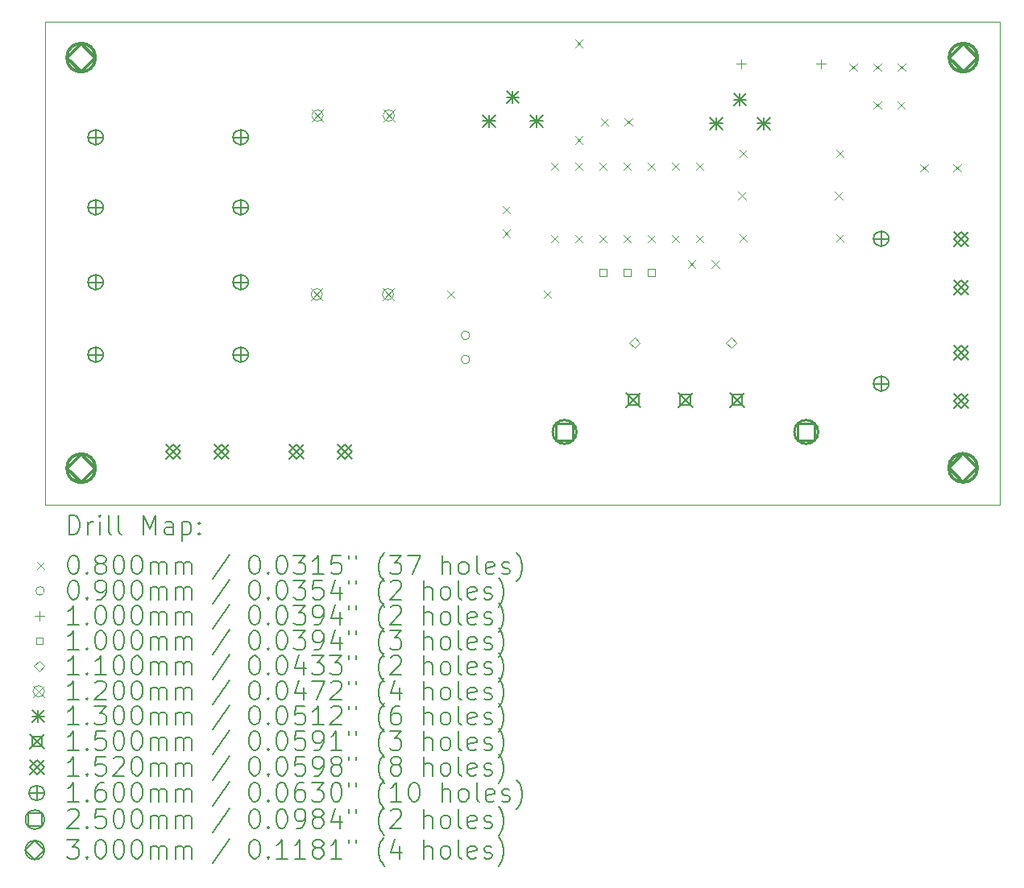
<source format=gbr>
%FSLAX45Y45*%
G04 Gerber Fmt 4.5, Leading zero omitted, Abs format (unit mm)*
G04 Created by KiCad (PCBNEW 6.0.4-6f826c9f35~116~ubuntu20.04.1) date 2022-05-17 19:46:28*
%MOMM*%
%LPD*%
G01*
G04 APERTURE LIST*
%TA.AperFunction,Profile*%
%ADD10C,0.100000*%
%TD*%
%ADD11C,0.200000*%
%ADD12C,0.080000*%
%ADD13C,0.090000*%
%ADD14C,0.100000*%
%ADD15C,0.110000*%
%ADD16C,0.120000*%
%ADD17C,0.130000*%
%ADD18C,0.150000*%
%ADD19C,0.152000*%
%ADD20C,0.160000*%
%ADD21C,0.250000*%
%ADD22C,0.300000*%
G04 APERTURE END LIST*
D10*
X6350000Y-7239000D02*
X6350000Y-12319000D01*
X16383000Y-12319000D02*
X16383000Y-7239000D01*
X6350000Y-12319000D02*
X16383000Y-12319000D01*
X16383000Y-7239000D02*
X6350000Y-7239000D01*
D11*
D12*
X10577200Y-10069200D02*
X10657200Y-10149200D01*
X10657200Y-10069200D02*
X10577200Y-10149200D01*
X11161400Y-9180200D02*
X11241400Y-9260200D01*
X11241400Y-9180200D02*
X11161400Y-9260200D01*
X11161400Y-9430200D02*
X11241400Y-9510200D01*
X11241400Y-9430200D02*
X11161400Y-9510200D01*
X11593200Y-10069200D02*
X11673200Y-10149200D01*
X11673200Y-10069200D02*
X11593200Y-10149200D01*
X11669900Y-8724000D02*
X11749900Y-8804000D01*
X11749900Y-8724000D02*
X11669900Y-8804000D01*
X11669900Y-9486000D02*
X11749900Y-9566000D01*
X11749900Y-9486000D02*
X11669900Y-9566000D01*
X11923500Y-7431100D02*
X12003500Y-7511100D01*
X12003500Y-7431100D02*
X11923500Y-7511100D01*
X11923500Y-8447100D02*
X12003500Y-8527100D01*
X12003500Y-8447100D02*
X11923500Y-8527100D01*
X11923900Y-8724000D02*
X12003900Y-8804000D01*
X12003900Y-8724000D02*
X11923900Y-8804000D01*
X11923900Y-9486000D02*
X12003900Y-9566000D01*
X12003900Y-9486000D02*
X11923900Y-9566000D01*
X12177900Y-8724000D02*
X12257900Y-8804000D01*
X12257900Y-8724000D02*
X12177900Y-8804000D01*
X12177900Y-9486000D02*
X12257900Y-9566000D01*
X12257900Y-9486000D02*
X12177900Y-9566000D01*
X12192200Y-8256600D02*
X12272200Y-8336600D01*
X12272200Y-8256600D02*
X12192200Y-8336600D01*
X12431900Y-8724000D02*
X12511900Y-8804000D01*
X12511900Y-8724000D02*
X12431900Y-8804000D01*
X12431900Y-9486000D02*
X12511900Y-9566000D01*
X12511900Y-9486000D02*
X12431900Y-9566000D01*
X12442200Y-8256600D02*
X12522200Y-8336600D01*
X12522200Y-8256600D02*
X12442200Y-8336600D01*
X12685900Y-8724000D02*
X12765900Y-8804000D01*
X12765900Y-8724000D02*
X12685900Y-8804000D01*
X12685900Y-9486000D02*
X12765900Y-9566000D01*
X12765900Y-9486000D02*
X12685900Y-9566000D01*
X12939900Y-8724000D02*
X13019900Y-8804000D01*
X13019900Y-8724000D02*
X12939900Y-8804000D01*
X12939900Y-9486000D02*
X13019900Y-9566000D01*
X13019900Y-9486000D02*
X12939900Y-9566000D01*
X13106500Y-9751700D02*
X13186500Y-9831700D01*
X13186500Y-9751700D02*
X13106500Y-9831700D01*
X13193900Y-8724000D02*
X13273900Y-8804000D01*
X13273900Y-8724000D02*
X13193900Y-8804000D01*
X13193900Y-9486000D02*
X13273900Y-9566000D01*
X13273900Y-9486000D02*
X13193900Y-9566000D01*
X13356500Y-9751700D02*
X13436500Y-9831700D01*
X13436500Y-9751700D02*
X13356500Y-9831700D01*
X13638000Y-9031300D02*
X13718000Y-9111300D01*
X13718000Y-9031300D02*
X13638000Y-9111300D01*
X13650700Y-8586800D02*
X13730700Y-8666800D01*
X13730700Y-8586800D02*
X13650700Y-8666800D01*
X13650700Y-9475800D02*
X13730700Y-9555800D01*
X13730700Y-9475800D02*
X13650700Y-9555800D01*
X14654000Y-9031300D02*
X14734000Y-9111300D01*
X14734000Y-9031300D02*
X14654000Y-9111300D01*
X14666700Y-8586800D02*
X14746700Y-8666800D01*
X14746700Y-8586800D02*
X14666700Y-8666800D01*
X14666700Y-9475800D02*
X14746700Y-9555800D01*
X14746700Y-9475800D02*
X14666700Y-9555800D01*
X14806400Y-7679900D02*
X14886400Y-7759900D01*
X14886400Y-7679900D02*
X14806400Y-7759900D01*
X15060400Y-7679900D02*
X15140400Y-7759900D01*
X15140400Y-7679900D02*
X15060400Y-7759900D01*
X15060400Y-8078800D02*
X15140400Y-8158800D01*
X15140400Y-8078800D02*
X15060400Y-8158800D01*
X15310400Y-8078800D02*
X15390400Y-8158800D01*
X15390400Y-8078800D02*
X15310400Y-8158800D01*
X15314400Y-7679900D02*
X15394400Y-7759900D01*
X15394400Y-7679900D02*
X15314400Y-7759900D01*
X15548600Y-8739200D02*
X15628600Y-8819200D01*
X15628600Y-8739200D02*
X15548600Y-8819200D01*
X15898600Y-8739200D02*
X15978600Y-8819200D01*
X15978600Y-8739200D02*
X15898600Y-8819200D01*
D13*
X10814600Y-10541000D02*
G75*
G03*
X10814600Y-10541000I-45000J0D01*
G01*
X10814600Y-10795000D02*
G75*
G03*
X10814600Y-10795000I-45000J0D01*
G01*
D14*
X13665300Y-7637000D02*
X13665300Y-7737000D01*
X13615300Y-7687000D02*
X13715300Y-7687000D01*
X14503500Y-7637000D02*
X14503500Y-7737000D01*
X14453500Y-7687000D02*
X14553500Y-7687000D01*
X12252756Y-9916556D02*
X12252756Y-9845844D01*
X12182044Y-9845844D01*
X12182044Y-9916556D01*
X12252756Y-9916556D01*
X12506756Y-9916556D02*
X12506756Y-9845844D01*
X12436044Y-9845844D01*
X12436044Y-9916556D01*
X12506756Y-9916556D01*
X12760756Y-9916556D02*
X12760756Y-9845844D01*
X12690044Y-9845844D01*
X12690044Y-9916556D01*
X12760756Y-9916556D01*
D15*
X12547600Y-10672200D02*
X12602600Y-10617200D01*
X12547600Y-10562200D01*
X12492600Y-10617200D01*
X12547600Y-10672200D01*
X13563600Y-10672200D02*
X13618600Y-10617200D01*
X13563600Y-10562200D01*
X13508600Y-10617200D01*
X13563600Y-10672200D01*
D16*
X9146800Y-10049200D02*
X9266800Y-10169200D01*
X9266800Y-10049200D02*
X9146800Y-10169200D01*
X9266800Y-10109200D02*
G75*
G03*
X9266800Y-10109200I-60000J0D01*
G01*
X9155176Y-8169600D02*
X9275176Y-8289600D01*
X9275176Y-8169600D02*
X9155176Y-8289600D01*
X9275176Y-8229600D02*
G75*
G03*
X9275176Y-8229600I-60000J0D01*
G01*
X9896800Y-10049200D02*
X10016800Y-10169200D01*
X10016800Y-10049200D02*
X9896800Y-10169200D01*
X10016800Y-10109200D02*
G75*
G03*
X10016800Y-10109200I-60000J0D01*
G01*
X9905176Y-8169600D02*
X10025176Y-8289600D01*
X10025176Y-8169600D02*
X9905176Y-8289600D01*
X10025176Y-8229600D02*
G75*
G03*
X10025176Y-8229600I-60000J0D01*
G01*
D17*
X10952500Y-8221100D02*
X11082500Y-8351100D01*
X11082500Y-8221100D02*
X10952500Y-8351100D01*
X11017500Y-8221100D02*
X11017500Y-8351100D01*
X10952500Y-8286100D02*
X11082500Y-8286100D01*
X11202500Y-7971100D02*
X11332500Y-8101100D01*
X11332500Y-7971100D02*
X11202500Y-8101100D01*
X11267500Y-7971100D02*
X11267500Y-8101100D01*
X11202500Y-8036100D02*
X11332500Y-8036100D01*
X11452500Y-8221100D02*
X11582500Y-8351100D01*
X11582500Y-8221100D02*
X11452500Y-8351100D01*
X11517500Y-8221100D02*
X11517500Y-8351100D01*
X11452500Y-8286100D02*
X11582500Y-8286100D01*
X13340100Y-8246500D02*
X13470100Y-8376500D01*
X13470100Y-8246500D02*
X13340100Y-8376500D01*
X13405100Y-8246500D02*
X13405100Y-8376500D01*
X13340100Y-8311500D02*
X13470100Y-8311500D01*
X13590100Y-7996500D02*
X13720100Y-8126500D01*
X13720100Y-7996500D02*
X13590100Y-8126500D01*
X13655100Y-7996500D02*
X13655100Y-8126500D01*
X13590100Y-8061500D02*
X13720100Y-8061500D01*
X13840100Y-8246500D02*
X13970100Y-8376500D01*
X13970100Y-8246500D02*
X13840100Y-8376500D01*
X13905100Y-8246500D02*
X13905100Y-8376500D01*
X13840100Y-8311500D02*
X13970100Y-8311500D01*
D18*
X12461000Y-11144400D02*
X12611000Y-11294400D01*
X12611000Y-11144400D02*
X12461000Y-11294400D01*
X12589033Y-11272433D02*
X12589033Y-11166367D01*
X12482966Y-11166367D01*
X12482966Y-11272433D01*
X12589033Y-11272433D01*
X13006000Y-11144400D02*
X13156000Y-11294400D01*
X13156000Y-11144400D02*
X13006000Y-11294400D01*
X13134033Y-11272433D02*
X13134033Y-11166367D01*
X13027966Y-11166367D01*
X13027966Y-11272433D01*
X13134033Y-11272433D01*
X13551000Y-11144400D02*
X13701000Y-11294400D01*
X13701000Y-11144400D02*
X13551000Y-11294400D01*
X13679033Y-11272433D02*
X13679033Y-11166367D01*
X13572966Y-11166367D01*
X13572966Y-11272433D01*
X13679033Y-11272433D01*
D19*
X7620200Y-11684200D02*
X7772200Y-11836200D01*
X7772200Y-11684200D02*
X7620200Y-11836200D01*
X7696200Y-11836200D02*
X7772200Y-11760200D01*
X7696200Y-11684200D01*
X7620200Y-11760200D01*
X7696200Y-11836200D01*
X8128200Y-11684200D02*
X8280200Y-11836200D01*
X8280200Y-11684200D02*
X8128200Y-11836200D01*
X8204200Y-11836200D02*
X8280200Y-11760200D01*
X8204200Y-11684200D01*
X8128200Y-11760200D01*
X8204200Y-11836200D01*
X8915600Y-11684200D02*
X9067600Y-11836200D01*
X9067600Y-11684200D02*
X8915600Y-11836200D01*
X8991600Y-11836200D02*
X9067600Y-11760200D01*
X8991600Y-11684200D01*
X8915600Y-11760200D01*
X8991600Y-11836200D01*
X9423600Y-11684200D02*
X9575600Y-11836200D01*
X9575600Y-11684200D02*
X9423600Y-11836200D01*
X9499600Y-11836200D02*
X9575600Y-11760200D01*
X9499600Y-11684200D01*
X9423600Y-11760200D01*
X9499600Y-11836200D01*
X15900600Y-9449000D02*
X16052600Y-9601000D01*
X16052600Y-9449000D02*
X15900600Y-9601000D01*
X15976600Y-9601000D02*
X16052600Y-9525000D01*
X15976600Y-9449000D01*
X15900600Y-9525000D01*
X15976600Y-9601000D01*
X15900600Y-9957000D02*
X16052600Y-10109000D01*
X16052600Y-9957000D02*
X15900600Y-10109000D01*
X15976600Y-10109000D02*
X16052600Y-10033000D01*
X15976600Y-9957000D01*
X15900600Y-10033000D01*
X15976600Y-10109000D01*
X15900600Y-10642800D02*
X16052600Y-10794800D01*
X16052600Y-10642800D02*
X15900600Y-10794800D01*
X15976600Y-10794800D02*
X16052600Y-10718800D01*
X15976600Y-10642800D01*
X15900600Y-10718800D01*
X15976600Y-10794800D01*
X15900600Y-11150800D02*
X16052600Y-11302800D01*
X16052600Y-11150800D02*
X15900600Y-11302800D01*
X15976600Y-11302800D02*
X16052600Y-11226800D01*
X15976600Y-11150800D01*
X15900600Y-11226800D01*
X15976600Y-11302800D01*
D20*
X6883400Y-8378200D02*
X6883400Y-8538200D01*
X6803400Y-8458200D02*
X6963400Y-8458200D01*
X6963400Y-8458200D02*
G75*
G03*
X6963400Y-8458200I-80000J0D01*
G01*
X6883400Y-9114800D02*
X6883400Y-9274800D01*
X6803400Y-9194800D02*
X6963400Y-9194800D01*
X6963400Y-9194800D02*
G75*
G03*
X6963400Y-9194800I-80000J0D01*
G01*
X6883400Y-9902200D02*
X6883400Y-10062200D01*
X6803400Y-9982200D02*
X6963400Y-9982200D01*
X6963400Y-9982200D02*
G75*
G03*
X6963400Y-9982200I-80000J0D01*
G01*
X6883400Y-10664200D02*
X6883400Y-10824200D01*
X6803400Y-10744200D02*
X6963400Y-10744200D01*
X6963400Y-10744200D02*
G75*
G03*
X6963400Y-10744200I-80000J0D01*
G01*
X8407400Y-8378200D02*
X8407400Y-8538200D01*
X8327400Y-8458200D02*
X8487400Y-8458200D01*
X8487400Y-8458200D02*
G75*
G03*
X8487400Y-8458200I-80000J0D01*
G01*
X8407400Y-9114800D02*
X8407400Y-9274800D01*
X8327400Y-9194800D02*
X8487400Y-9194800D01*
X8487400Y-9194800D02*
G75*
G03*
X8487400Y-9194800I-80000J0D01*
G01*
X8407400Y-9902200D02*
X8407400Y-10062200D01*
X8327400Y-9982200D02*
X8487400Y-9982200D01*
X8487400Y-9982200D02*
G75*
G03*
X8487400Y-9982200I-80000J0D01*
G01*
X8407400Y-10664200D02*
X8407400Y-10824200D01*
X8327400Y-10744200D02*
X8487400Y-10744200D01*
X8487400Y-10744200D02*
G75*
G03*
X8487400Y-10744200I-80000J0D01*
G01*
X15138400Y-9445000D02*
X15138400Y-9605000D01*
X15058400Y-9525000D02*
X15218400Y-9525000D01*
X15218400Y-9525000D02*
G75*
G03*
X15218400Y-9525000I-80000J0D01*
G01*
X15138400Y-10969000D02*
X15138400Y-11129000D01*
X15058400Y-11049000D02*
X15218400Y-11049000D01*
X15218400Y-11049000D02*
G75*
G03*
X15218400Y-11049000I-80000J0D01*
G01*
D21*
X11899389Y-11645389D02*
X11899389Y-11468611D01*
X11722611Y-11468611D01*
X11722611Y-11645389D01*
X11899389Y-11645389D01*
X11936000Y-11557000D02*
G75*
G03*
X11936000Y-11557000I-125000J0D01*
G01*
X14439389Y-11645389D02*
X14439389Y-11468611D01*
X14262611Y-11468611D01*
X14262611Y-11645389D01*
X14439389Y-11645389D01*
X14476000Y-11557000D02*
G75*
G03*
X14476000Y-11557000I-125000J0D01*
G01*
D22*
X6731000Y-7770000D02*
X6881000Y-7620000D01*
X6731000Y-7470000D01*
X6581000Y-7620000D01*
X6731000Y-7770000D01*
X6881000Y-7620000D02*
G75*
G03*
X6881000Y-7620000I-150000J0D01*
G01*
X6731000Y-12088000D02*
X6881000Y-11938000D01*
X6731000Y-11788000D01*
X6581000Y-11938000D01*
X6731000Y-12088000D01*
X6881000Y-11938000D02*
G75*
G03*
X6881000Y-11938000I-150000J0D01*
G01*
X15999802Y-12085139D02*
X16149802Y-11935139D01*
X15999802Y-11785139D01*
X15849802Y-11935139D01*
X15999802Y-12085139D01*
X16149802Y-11935139D02*
G75*
G03*
X16149802Y-11935139I-150000J0D01*
G01*
X16002000Y-7770000D02*
X16152000Y-7620000D01*
X16002000Y-7470000D01*
X15852000Y-7620000D01*
X16002000Y-7770000D01*
X16152000Y-7620000D02*
G75*
G03*
X16152000Y-7620000I-150000J0D01*
G01*
D11*
X6602619Y-12634476D02*
X6602619Y-12434476D01*
X6650238Y-12434476D01*
X6678809Y-12444000D01*
X6697857Y-12463048D01*
X6707381Y-12482095D01*
X6716905Y-12520190D01*
X6716905Y-12548762D01*
X6707381Y-12586857D01*
X6697857Y-12605905D01*
X6678809Y-12624952D01*
X6650238Y-12634476D01*
X6602619Y-12634476D01*
X6802619Y-12634476D02*
X6802619Y-12501143D01*
X6802619Y-12539238D02*
X6812143Y-12520190D01*
X6821667Y-12510667D01*
X6840714Y-12501143D01*
X6859762Y-12501143D01*
X6926428Y-12634476D02*
X6926428Y-12501143D01*
X6926428Y-12434476D02*
X6916905Y-12444000D01*
X6926428Y-12453524D01*
X6935952Y-12444000D01*
X6926428Y-12434476D01*
X6926428Y-12453524D01*
X7050238Y-12634476D02*
X7031190Y-12624952D01*
X7021667Y-12605905D01*
X7021667Y-12434476D01*
X7155000Y-12634476D02*
X7135952Y-12624952D01*
X7126428Y-12605905D01*
X7126428Y-12434476D01*
X7383571Y-12634476D02*
X7383571Y-12434476D01*
X7450238Y-12577333D01*
X7516905Y-12434476D01*
X7516905Y-12634476D01*
X7697857Y-12634476D02*
X7697857Y-12529714D01*
X7688333Y-12510667D01*
X7669286Y-12501143D01*
X7631190Y-12501143D01*
X7612143Y-12510667D01*
X7697857Y-12624952D02*
X7678809Y-12634476D01*
X7631190Y-12634476D01*
X7612143Y-12624952D01*
X7602619Y-12605905D01*
X7602619Y-12586857D01*
X7612143Y-12567809D01*
X7631190Y-12558286D01*
X7678809Y-12558286D01*
X7697857Y-12548762D01*
X7793095Y-12501143D02*
X7793095Y-12701143D01*
X7793095Y-12510667D02*
X7812143Y-12501143D01*
X7850238Y-12501143D01*
X7869286Y-12510667D01*
X7878809Y-12520190D01*
X7888333Y-12539238D01*
X7888333Y-12596381D01*
X7878809Y-12615428D01*
X7869286Y-12624952D01*
X7850238Y-12634476D01*
X7812143Y-12634476D01*
X7793095Y-12624952D01*
X7974048Y-12615428D02*
X7983571Y-12624952D01*
X7974048Y-12634476D01*
X7964524Y-12624952D01*
X7974048Y-12615428D01*
X7974048Y-12634476D01*
X7974048Y-12510667D02*
X7983571Y-12520190D01*
X7974048Y-12529714D01*
X7964524Y-12520190D01*
X7974048Y-12510667D01*
X7974048Y-12529714D01*
D12*
X6265000Y-12924000D02*
X6345000Y-13004000D01*
X6345000Y-12924000D02*
X6265000Y-13004000D01*
D11*
X6640714Y-12854476D02*
X6659762Y-12854476D01*
X6678809Y-12864000D01*
X6688333Y-12873524D01*
X6697857Y-12892571D01*
X6707381Y-12930667D01*
X6707381Y-12978286D01*
X6697857Y-13016381D01*
X6688333Y-13035428D01*
X6678809Y-13044952D01*
X6659762Y-13054476D01*
X6640714Y-13054476D01*
X6621667Y-13044952D01*
X6612143Y-13035428D01*
X6602619Y-13016381D01*
X6593095Y-12978286D01*
X6593095Y-12930667D01*
X6602619Y-12892571D01*
X6612143Y-12873524D01*
X6621667Y-12864000D01*
X6640714Y-12854476D01*
X6793095Y-13035428D02*
X6802619Y-13044952D01*
X6793095Y-13054476D01*
X6783571Y-13044952D01*
X6793095Y-13035428D01*
X6793095Y-13054476D01*
X6916905Y-12940190D02*
X6897857Y-12930667D01*
X6888333Y-12921143D01*
X6878809Y-12902095D01*
X6878809Y-12892571D01*
X6888333Y-12873524D01*
X6897857Y-12864000D01*
X6916905Y-12854476D01*
X6955000Y-12854476D01*
X6974048Y-12864000D01*
X6983571Y-12873524D01*
X6993095Y-12892571D01*
X6993095Y-12902095D01*
X6983571Y-12921143D01*
X6974048Y-12930667D01*
X6955000Y-12940190D01*
X6916905Y-12940190D01*
X6897857Y-12949714D01*
X6888333Y-12959238D01*
X6878809Y-12978286D01*
X6878809Y-13016381D01*
X6888333Y-13035428D01*
X6897857Y-13044952D01*
X6916905Y-13054476D01*
X6955000Y-13054476D01*
X6974048Y-13044952D01*
X6983571Y-13035428D01*
X6993095Y-13016381D01*
X6993095Y-12978286D01*
X6983571Y-12959238D01*
X6974048Y-12949714D01*
X6955000Y-12940190D01*
X7116905Y-12854476D02*
X7135952Y-12854476D01*
X7155000Y-12864000D01*
X7164524Y-12873524D01*
X7174048Y-12892571D01*
X7183571Y-12930667D01*
X7183571Y-12978286D01*
X7174048Y-13016381D01*
X7164524Y-13035428D01*
X7155000Y-13044952D01*
X7135952Y-13054476D01*
X7116905Y-13054476D01*
X7097857Y-13044952D01*
X7088333Y-13035428D01*
X7078809Y-13016381D01*
X7069286Y-12978286D01*
X7069286Y-12930667D01*
X7078809Y-12892571D01*
X7088333Y-12873524D01*
X7097857Y-12864000D01*
X7116905Y-12854476D01*
X7307381Y-12854476D02*
X7326428Y-12854476D01*
X7345476Y-12864000D01*
X7355000Y-12873524D01*
X7364524Y-12892571D01*
X7374048Y-12930667D01*
X7374048Y-12978286D01*
X7364524Y-13016381D01*
X7355000Y-13035428D01*
X7345476Y-13044952D01*
X7326428Y-13054476D01*
X7307381Y-13054476D01*
X7288333Y-13044952D01*
X7278809Y-13035428D01*
X7269286Y-13016381D01*
X7259762Y-12978286D01*
X7259762Y-12930667D01*
X7269286Y-12892571D01*
X7278809Y-12873524D01*
X7288333Y-12864000D01*
X7307381Y-12854476D01*
X7459762Y-13054476D02*
X7459762Y-12921143D01*
X7459762Y-12940190D02*
X7469286Y-12930667D01*
X7488333Y-12921143D01*
X7516905Y-12921143D01*
X7535952Y-12930667D01*
X7545476Y-12949714D01*
X7545476Y-13054476D01*
X7545476Y-12949714D02*
X7555000Y-12930667D01*
X7574048Y-12921143D01*
X7602619Y-12921143D01*
X7621667Y-12930667D01*
X7631190Y-12949714D01*
X7631190Y-13054476D01*
X7726428Y-13054476D02*
X7726428Y-12921143D01*
X7726428Y-12940190D02*
X7735952Y-12930667D01*
X7755000Y-12921143D01*
X7783571Y-12921143D01*
X7802619Y-12930667D01*
X7812143Y-12949714D01*
X7812143Y-13054476D01*
X7812143Y-12949714D02*
X7821667Y-12930667D01*
X7840714Y-12921143D01*
X7869286Y-12921143D01*
X7888333Y-12930667D01*
X7897857Y-12949714D01*
X7897857Y-13054476D01*
X8288333Y-12844952D02*
X8116905Y-13102095D01*
X8545476Y-12854476D02*
X8564524Y-12854476D01*
X8583571Y-12864000D01*
X8593095Y-12873524D01*
X8602619Y-12892571D01*
X8612143Y-12930667D01*
X8612143Y-12978286D01*
X8602619Y-13016381D01*
X8593095Y-13035428D01*
X8583571Y-13044952D01*
X8564524Y-13054476D01*
X8545476Y-13054476D01*
X8526429Y-13044952D01*
X8516905Y-13035428D01*
X8507381Y-13016381D01*
X8497857Y-12978286D01*
X8497857Y-12930667D01*
X8507381Y-12892571D01*
X8516905Y-12873524D01*
X8526429Y-12864000D01*
X8545476Y-12854476D01*
X8697857Y-13035428D02*
X8707381Y-13044952D01*
X8697857Y-13054476D01*
X8688333Y-13044952D01*
X8697857Y-13035428D01*
X8697857Y-13054476D01*
X8831190Y-12854476D02*
X8850238Y-12854476D01*
X8869286Y-12864000D01*
X8878810Y-12873524D01*
X8888333Y-12892571D01*
X8897857Y-12930667D01*
X8897857Y-12978286D01*
X8888333Y-13016381D01*
X8878810Y-13035428D01*
X8869286Y-13044952D01*
X8850238Y-13054476D01*
X8831190Y-13054476D01*
X8812143Y-13044952D01*
X8802619Y-13035428D01*
X8793095Y-13016381D01*
X8783571Y-12978286D01*
X8783571Y-12930667D01*
X8793095Y-12892571D01*
X8802619Y-12873524D01*
X8812143Y-12864000D01*
X8831190Y-12854476D01*
X8964524Y-12854476D02*
X9088333Y-12854476D01*
X9021667Y-12930667D01*
X9050238Y-12930667D01*
X9069286Y-12940190D01*
X9078810Y-12949714D01*
X9088333Y-12968762D01*
X9088333Y-13016381D01*
X9078810Y-13035428D01*
X9069286Y-13044952D01*
X9050238Y-13054476D01*
X8993095Y-13054476D01*
X8974048Y-13044952D01*
X8964524Y-13035428D01*
X9278810Y-13054476D02*
X9164524Y-13054476D01*
X9221667Y-13054476D02*
X9221667Y-12854476D01*
X9202619Y-12883048D01*
X9183571Y-12902095D01*
X9164524Y-12911619D01*
X9459762Y-12854476D02*
X9364524Y-12854476D01*
X9355000Y-12949714D01*
X9364524Y-12940190D01*
X9383571Y-12930667D01*
X9431190Y-12930667D01*
X9450238Y-12940190D01*
X9459762Y-12949714D01*
X9469286Y-12968762D01*
X9469286Y-13016381D01*
X9459762Y-13035428D01*
X9450238Y-13044952D01*
X9431190Y-13054476D01*
X9383571Y-13054476D01*
X9364524Y-13044952D01*
X9355000Y-13035428D01*
X9545476Y-12854476D02*
X9545476Y-12892571D01*
X9621667Y-12854476D02*
X9621667Y-12892571D01*
X9916905Y-13130667D02*
X9907381Y-13121143D01*
X9888333Y-13092571D01*
X9878810Y-13073524D01*
X9869286Y-13044952D01*
X9859762Y-12997333D01*
X9859762Y-12959238D01*
X9869286Y-12911619D01*
X9878810Y-12883048D01*
X9888333Y-12864000D01*
X9907381Y-12835428D01*
X9916905Y-12825905D01*
X9974048Y-12854476D02*
X10097857Y-12854476D01*
X10031190Y-12930667D01*
X10059762Y-12930667D01*
X10078810Y-12940190D01*
X10088333Y-12949714D01*
X10097857Y-12968762D01*
X10097857Y-13016381D01*
X10088333Y-13035428D01*
X10078810Y-13044952D01*
X10059762Y-13054476D01*
X10002619Y-13054476D01*
X9983571Y-13044952D01*
X9974048Y-13035428D01*
X10164524Y-12854476D02*
X10297857Y-12854476D01*
X10212143Y-13054476D01*
X10526429Y-13054476D02*
X10526429Y-12854476D01*
X10612143Y-13054476D02*
X10612143Y-12949714D01*
X10602619Y-12930667D01*
X10583571Y-12921143D01*
X10555000Y-12921143D01*
X10535952Y-12930667D01*
X10526429Y-12940190D01*
X10735952Y-13054476D02*
X10716905Y-13044952D01*
X10707381Y-13035428D01*
X10697857Y-13016381D01*
X10697857Y-12959238D01*
X10707381Y-12940190D01*
X10716905Y-12930667D01*
X10735952Y-12921143D01*
X10764524Y-12921143D01*
X10783571Y-12930667D01*
X10793095Y-12940190D01*
X10802619Y-12959238D01*
X10802619Y-13016381D01*
X10793095Y-13035428D01*
X10783571Y-13044952D01*
X10764524Y-13054476D01*
X10735952Y-13054476D01*
X10916905Y-13054476D02*
X10897857Y-13044952D01*
X10888333Y-13025905D01*
X10888333Y-12854476D01*
X11069286Y-13044952D02*
X11050238Y-13054476D01*
X11012143Y-13054476D01*
X10993095Y-13044952D01*
X10983571Y-13025905D01*
X10983571Y-12949714D01*
X10993095Y-12930667D01*
X11012143Y-12921143D01*
X11050238Y-12921143D01*
X11069286Y-12930667D01*
X11078810Y-12949714D01*
X11078810Y-12968762D01*
X10983571Y-12987809D01*
X11155000Y-13044952D02*
X11174048Y-13054476D01*
X11212143Y-13054476D01*
X11231190Y-13044952D01*
X11240714Y-13025905D01*
X11240714Y-13016381D01*
X11231190Y-12997333D01*
X11212143Y-12987809D01*
X11183571Y-12987809D01*
X11164524Y-12978286D01*
X11155000Y-12959238D01*
X11155000Y-12949714D01*
X11164524Y-12930667D01*
X11183571Y-12921143D01*
X11212143Y-12921143D01*
X11231190Y-12930667D01*
X11307381Y-13130667D02*
X11316905Y-13121143D01*
X11335952Y-13092571D01*
X11345476Y-13073524D01*
X11355000Y-13044952D01*
X11364524Y-12997333D01*
X11364524Y-12959238D01*
X11355000Y-12911619D01*
X11345476Y-12883048D01*
X11335952Y-12864000D01*
X11316905Y-12835428D01*
X11307381Y-12825905D01*
D13*
X6345000Y-13228000D02*
G75*
G03*
X6345000Y-13228000I-45000J0D01*
G01*
D11*
X6640714Y-13118476D02*
X6659762Y-13118476D01*
X6678809Y-13128000D01*
X6688333Y-13137524D01*
X6697857Y-13156571D01*
X6707381Y-13194667D01*
X6707381Y-13242286D01*
X6697857Y-13280381D01*
X6688333Y-13299428D01*
X6678809Y-13308952D01*
X6659762Y-13318476D01*
X6640714Y-13318476D01*
X6621667Y-13308952D01*
X6612143Y-13299428D01*
X6602619Y-13280381D01*
X6593095Y-13242286D01*
X6593095Y-13194667D01*
X6602619Y-13156571D01*
X6612143Y-13137524D01*
X6621667Y-13128000D01*
X6640714Y-13118476D01*
X6793095Y-13299428D02*
X6802619Y-13308952D01*
X6793095Y-13318476D01*
X6783571Y-13308952D01*
X6793095Y-13299428D01*
X6793095Y-13318476D01*
X6897857Y-13318476D02*
X6935952Y-13318476D01*
X6955000Y-13308952D01*
X6964524Y-13299428D01*
X6983571Y-13270857D01*
X6993095Y-13232762D01*
X6993095Y-13156571D01*
X6983571Y-13137524D01*
X6974048Y-13128000D01*
X6955000Y-13118476D01*
X6916905Y-13118476D01*
X6897857Y-13128000D01*
X6888333Y-13137524D01*
X6878809Y-13156571D01*
X6878809Y-13204190D01*
X6888333Y-13223238D01*
X6897857Y-13232762D01*
X6916905Y-13242286D01*
X6955000Y-13242286D01*
X6974048Y-13232762D01*
X6983571Y-13223238D01*
X6993095Y-13204190D01*
X7116905Y-13118476D02*
X7135952Y-13118476D01*
X7155000Y-13128000D01*
X7164524Y-13137524D01*
X7174048Y-13156571D01*
X7183571Y-13194667D01*
X7183571Y-13242286D01*
X7174048Y-13280381D01*
X7164524Y-13299428D01*
X7155000Y-13308952D01*
X7135952Y-13318476D01*
X7116905Y-13318476D01*
X7097857Y-13308952D01*
X7088333Y-13299428D01*
X7078809Y-13280381D01*
X7069286Y-13242286D01*
X7069286Y-13194667D01*
X7078809Y-13156571D01*
X7088333Y-13137524D01*
X7097857Y-13128000D01*
X7116905Y-13118476D01*
X7307381Y-13118476D02*
X7326428Y-13118476D01*
X7345476Y-13128000D01*
X7355000Y-13137524D01*
X7364524Y-13156571D01*
X7374048Y-13194667D01*
X7374048Y-13242286D01*
X7364524Y-13280381D01*
X7355000Y-13299428D01*
X7345476Y-13308952D01*
X7326428Y-13318476D01*
X7307381Y-13318476D01*
X7288333Y-13308952D01*
X7278809Y-13299428D01*
X7269286Y-13280381D01*
X7259762Y-13242286D01*
X7259762Y-13194667D01*
X7269286Y-13156571D01*
X7278809Y-13137524D01*
X7288333Y-13128000D01*
X7307381Y-13118476D01*
X7459762Y-13318476D02*
X7459762Y-13185143D01*
X7459762Y-13204190D02*
X7469286Y-13194667D01*
X7488333Y-13185143D01*
X7516905Y-13185143D01*
X7535952Y-13194667D01*
X7545476Y-13213714D01*
X7545476Y-13318476D01*
X7545476Y-13213714D02*
X7555000Y-13194667D01*
X7574048Y-13185143D01*
X7602619Y-13185143D01*
X7621667Y-13194667D01*
X7631190Y-13213714D01*
X7631190Y-13318476D01*
X7726428Y-13318476D02*
X7726428Y-13185143D01*
X7726428Y-13204190D02*
X7735952Y-13194667D01*
X7755000Y-13185143D01*
X7783571Y-13185143D01*
X7802619Y-13194667D01*
X7812143Y-13213714D01*
X7812143Y-13318476D01*
X7812143Y-13213714D02*
X7821667Y-13194667D01*
X7840714Y-13185143D01*
X7869286Y-13185143D01*
X7888333Y-13194667D01*
X7897857Y-13213714D01*
X7897857Y-13318476D01*
X8288333Y-13108952D02*
X8116905Y-13366095D01*
X8545476Y-13118476D02*
X8564524Y-13118476D01*
X8583571Y-13128000D01*
X8593095Y-13137524D01*
X8602619Y-13156571D01*
X8612143Y-13194667D01*
X8612143Y-13242286D01*
X8602619Y-13280381D01*
X8593095Y-13299428D01*
X8583571Y-13308952D01*
X8564524Y-13318476D01*
X8545476Y-13318476D01*
X8526429Y-13308952D01*
X8516905Y-13299428D01*
X8507381Y-13280381D01*
X8497857Y-13242286D01*
X8497857Y-13194667D01*
X8507381Y-13156571D01*
X8516905Y-13137524D01*
X8526429Y-13128000D01*
X8545476Y-13118476D01*
X8697857Y-13299428D02*
X8707381Y-13308952D01*
X8697857Y-13318476D01*
X8688333Y-13308952D01*
X8697857Y-13299428D01*
X8697857Y-13318476D01*
X8831190Y-13118476D02*
X8850238Y-13118476D01*
X8869286Y-13128000D01*
X8878810Y-13137524D01*
X8888333Y-13156571D01*
X8897857Y-13194667D01*
X8897857Y-13242286D01*
X8888333Y-13280381D01*
X8878810Y-13299428D01*
X8869286Y-13308952D01*
X8850238Y-13318476D01*
X8831190Y-13318476D01*
X8812143Y-13308952D01*
X8802619Y-13299428D01*
X8793095Y-13280381D01*
X8783571Y-13242286D01*
X8783571Y-13194667D01*
X8793095Y-13156571D01*
X8802619Y-13137524D01*
X8812143Y-13128000D01*
X8831190Y-13118476D01*
X8964524Y-13118476D02*
X9088333Y-13118476D01*
X9021667Y-13194667D01*
X9050238Y-13194667D01*
X9069286Y-13204190D01*
X9078810Y-13213714D01*
X9088333Y-13232762D01*
X9088333Y-13280381D01*
X9078810Y-13299428D01*
X9069286Y-13308952D01*
X9050238Y-13318476D01*
X8993095Y-13318476D01*
X8974048Y-13308952D01*
X8964524Y-13299428D01*
X9269286Y-13118476D02*
X9174048Y-13118476D01*
X9164524Y-13213714D01*
X9174048Y-13204190D01*
X9193095Y-13194667D01*
X9240714Y-13194667D01*
X9259762Y-13204190D01*
X9269286Y-13213714D01*
X9278810Y-13232762D01*
X9278810Y-13280381D01*
X9269286Y-13299428D01*
X9259762Y-13308952D01*
X9240714Y-13318476D01*
X9193095Y-13318476D01*
X9174048Y-13308952D01*
X9164524Y-13299428D01*
X9450238Y-13185143D02*
X9450238Y-13318476D01*
X9402619Y-13108952D02*
X9355000Y-13251809D01*
X9478810Y-13251809D01*
X9545476Y-13118476D02*
X9545476Y-13156571D01*
X9621667Y-13118476D02*
X9621667Y-13156571D01*
X9916905Y-13394667D02*
X9907381Y-13385143D01*
X9888333Y-13356571D01*
X9878810Y-13337524D01*
X9869286Y-13308952D01*
X9859762Y-13261333D01*
X9859762Y-13223238D01*
X9869286Y-13175619D01*
X9878810Y-13147048D01*
X9888333Y-13128000D01*
X9907381Y-13099428D01*
X9916905Y-13089905D01*
X9983571Y-13137524D02*
X9993095Y-13128000D01*
X10012143Y-13118476D01*
X10059762Y-13118476D01*
X10078810Y-13128000D01*
X10088333Y-13137524D01*
X10097857Y-13156571D01*
X10097857Y-13175619D01*
X10088333Y-13204190D01*
X9974048Y-13318476D01*
X10097857Y-13318476D01*
X10335952Y-13318476D02*
X10335952Y-13118476D01*
X10421667Y-13318476D02*
X10421667Y-13213714D01*
X10412143Y-13194667D01*
X10393095Y-13185143D01*
X10364524Y-13185143D01*
X10345476Y-13194667D01*
X10335952Y-13204190D01*
X10545476Y-13318476D02*
X10526429Y-13308952D01*
X10516905Y-13299428D01*
X10507381Y-13280381D01*
X10507381Y-13223238D01*
X10516905Y-13204190D01*
X10526429Y-13194667D01*
X10545476Y-13185143D01*
X10574048Y-13185143D01*
X10593095Y-13194667D01*
X10602619Y-13204190D01*
X10612143Y-13223238D01*
X10612143Y-13280381D01*
X10602619Y-13299428D01*
X10593095Y-13308952D01*
X10574048Y-13318476D01*
X10545476Y-13318476D01*
X10726429Y-13318476D02*
X10707381Y-13308952D01*
X10697857Y-13289905D01*
X10697857Y-13118476D01*
X10878810Y-13308952D02*
X10859762Y-13318476D01*
X10821667Y-13318476D01*
X10802619Y-13308952D01*
X10793095Y-13289905D01*
X10793095Y-13213714D01*
X10802619Y-13194667D01*
X10821667Y-13185143D01*
X10859762Y-13185143D01*
X10878810Y-13194667D01*
X10888333Y-13213714D01*
X10888333Y-13232762D01*
X10793095Y-13251809D01*
X10964524Y-13308952D02*
X10983571Y-13318476D01*
X11021667Y-13318476D01*
X11040714Y-13308952D01*
X11050238Y-13289905D01*
X11050238Y-13280381D01*
X11040714Y-13261333D01*
X11021667Y-13251809D01*
X10993095Y-13251809D01*
X10974048Y-13242286D01*
X10964524Y-13223238D01*
X10964524Y-13213714D01*
X10974048Y-13194667D01*
X10993095Y-13185143D01*
X11021667Y-13185143D01*
X11040714Y-13194667D01*
X11116905Y-13394667D02*
X11126429Y-13385143D01*
X11145476Y-13356571D01*
X11155000Y-13337524D01*
X11164524Y-13308952D01*
X11174048Y-13261333D01*
X11174048Y-13223238D01*
X11164524Y-13175619D01*
X11155000Y-13147048D01*
X11145476Y-13128000D01*
X11126429Y-13099428D01*
X11116905Y-13089905D01*
D14*
X6295000Y-13442000D02*
X6295000Y-13542000D01*
X6245000Y-13492000D02*
X6345000Y-13492000D01*
D11*
X6707381Y-13582476D02*
X6593095Y-13582476D01*
X6650238Y-13582476D02*
X6650238Y-13382476D01*
X6631190Y-13411048D01*
X6612143Y-13430095D01*
X6593095Y-13439619D01*
X6793095Y-13563428D02*
X6802619Y-13572952D01*
X6793095Y-13582476D01*
X6783571Y-13572952D01*
X6793095Y-13563428D01*
X6793095Y-13582476D01*
X6926428Y-13382476D02*
X6945476Y-13382476D01*
X6964524Y-13392000D01*
X6974048Y-13401524D01*
X6983571Y-13420571D01*
X6993095Y-13458667D01*
X6993095Y-13506286D01*
X6983571Y-13544381D01*
X6974048Y-13563428D01*
X6964524Y-13572952D01*
X6945476Y-13582476D01*
X6926428Y-13582476D01*
X6907381Y-13572952D01*
X6897857Y-13563428D01*
X6888333Y-13544381D01*
X6878809Y-13506286D01*
X6878809Y-13458667D01*
X6888333Y-13420571D01*
X6897857Y-13401524D01*
X6907381Y-13392000D01*
X6926428Y-13382476D01*
X7116905Y-13382476D02*
X7135952Y-13382476D01*
X7155000Y-13392000D01*
X7164524Y-13401524D01*
X7174048Y-13420571D01*
X7183571Y-13458667D01*
X7183571Y-13506286D01*
X7174048Y-13544381D01*
X7164524Y-13563428D01*
X7155000Y-13572952D01*
X7135952Y-13582476D01*
X7116905Y-13582476D01*
X7097857Y-13572952D01*
X7088333Y-13563428D01*
X7078809Y-13544381D01*
X7069286Y-13506286D01*
X7069286Y-13458667D01*
X7078809Y-13420571D01*
X7088333Y-13401524D01*
X7097857Y-13392000D01*
X7116905Y-13382476D01*
X7307381Y-13382476D02*
X7326428Y-13382476D01*
X7345476Y-13392000D01*
X7355000Y-13401524D01*
X7364524Y-13420571D01*
X7374048Y-13458667D01*
X7374048Y-13506286D01*
X7364524Y-13544381D01*
X7355000Y-13563428D01*
X7345476Y-13572952D01*
X7326428Y-13582476D01*
X7307381Y-13582476D01*
X7288333Y-13572952D01*
X7278809Y-13563428D01*
X7269286Y-13544381D01*
X7259762Y-13506286D01*
X7259762Y-13458667D01*
X7269286Y-13420571D01*
X7278809Y-13401524D01*
X7288333Y-13392000D01*
X7307381Y-13382476D01*
X7459762Y-13582476D02*
X7459762Y-13449143D01*
X7459762Y-13468190D02*
X7469286Y-13458667D01*
X7488333Y-13449143D01*
X7516905Y-13449143D01*
X7535952Y-13458667D01*
X7545476Y-13477714D01*
X7545476Y-13582476D01*
X7545476Y-13477714D02*
X7555000Y-13458667D01*
X7574048Y-13449143D01*
X7602619Y-13449143D01*
X7621667Y-13458667D01*
X7631190Y-13477714D01*
X7631190Y-13582476D01*
X7726428Y-13582476D02*
X7726428Y-13449143D01*
X7726428Y-13468190D02*
X7735952Y-13458667D01*
X7755000Y-13449143D01*
X7783571Y-13449143D01*
X7802619Y-13458667D01*
X7812143Y-13477714D01*
X7812143Y-13582476D01*
X7812143Y-13477714D02*
X7821667Y-13458667D01*
X7840714Y-13449143D01*
X7869286Y-13449143D01*
X7888333Y-13458667D01*
X7897857Y-13477714D01*
X7897857Y-13582476D01*
X8288333Y-13372952D02*
X8116905Y-13630095D01*
X8545476Y-13382476D02*
X8564524Y-13382476D01*
X8583571Y-13392000D01*
X8593095Y-13401524D01*
X8602619Y-13420571D01*
X8612143Y-13458667D01*
X8612143Y-13506286D01*
X8602619Y-13544381D01*
X8593095Y-13563428D01*
X8583571Y-13572952D01*
X8564524Y-13582476D01*
X8545476Y-13582476D01*
X8526429Y-13572952D01*
X8516905Y-13563428D01*
X8507381Y-13544381D01*
X8497857Y-13506286D01*
X8497857Y-13458667D01*
X8507381Y-13420571D01*
X8516905Y-13401524D01*
X8526429Y-13392000D01*
X8545476Y-13382476D01*
X8697857Y-13563428D02*
X8707381Y-13572952D01*
X8697857Y-13582476D01*
X8688333Y-13572952D01*
X8697857Y-13563428D01*
X8697857Y-13582476D01*
X8831190Y-13382476D02*
X8850238Y-13382476D01*
X8869286Y-13392000D01*
X8878810Y-13401524D01*
X8888333Y-13420571D01*
X8897857Y-13458667D01*
X8897857Y-13506286D01*
X8888333Y-13544381D01*
X8878810Y-13563428D01*
X8869286Y-13572952D01*
X8850238Y-13582476D01*
X8831190Y-13582476D01*
X8812143Y-13572952D01*
X8802619Y-13563428D01*
X8793095Y-13544381D01*
X8783571Y-13506286D01*
X8783571Y-13458667D01*
X8793095Y-13420571D01*
X8802619Y-13401524D01*
X8812143Y-13392000D01*
X8831190Y-13382476D01*
X8964524Y-13382476D02*
X9088333Y-13382476D01*
X9021667Y-13458667D01*
X9050238Y-13458667D01*
X9069286Y-13468190D01*
X9078810Y-13477714D01*
X9088333Y-13496762D01*
X9088333Y-13544381D01*
X9078810Y-13563428D01*
X9069286Y-13572952D01*
X9050238Y-13582476D01*
X8993095Y-13582476D01*
X8974048Y-13572952D01*
X8964524Y-13563428D01*
X9183571Y-13582476D02*
X9221667Y-13582476D01*
X9240714Y-13572952D01*
X9250238Y-13563428D01*
X9269286Y-13534857D01*
X9278810Y-13496762D01*
X9278810Y-13420571D01*
X9269286Y-13401524D01*
X9259762Y-13392000D01*
X9240714Y-13382476D01*
X9202619Y-13382476D01*
X9183571Y-13392000D01*
X9174048Y-13401524D01*
X9164524Y-13420571D01*
X9164524Y-13468190D01*
X9174048Y-13487238D01*
X9183571Y-13496762D01*
X9202619Y-13506286D01*
X9240714Y-13506286D01*
X9259762Y-13496762D01*
X9269286Y-13487238D01*
X9278810Y-13468190D01*
X9450238Y-13449143D02*
X9450238Y-13582476D01*
X9402619Y-13372952D02*
X9355000Y-13515809D01*
X9478810Y-13515809D01*
X9545476Y-13382476D02*
X9545476Y-13420571D01*
X9621667Y-13382476D02*
X9621667Y-13420571D01*
X9916905Y-13658667D02*
X9907381Y-13649143D01*
X9888333Y-13620571D01*
X9878810Y-13601524D01*
X9869286Y-13572952D01*
X9859762Y-13525333D01*
X9859762Y-13487238D01*
X9869286Y-13439619D01*
X9878810Y-13411048D01*
X9888333Y-13392000D01*
X9907381Y-13363428D01*
X9916905Y-13353905D01*
X9983571Y-13401524D02*
X9993095Y-13392000D01*
X10012143Y-13382476D01*
X10059762Y-13382476D01*
X10078810Y-13392000D01*
X10088333Y-13401524D01*
X10097857Y-13420571D01*
X10097857Y-13439619D01*
X10088333Y-13468190D01*
X9974048Y-13582476D01*
X10097857Y-13582476D01*
X10335952Y-13582476D02*
X10335952Y-13382476D01*
X10421667Y-13582476D02*
X10421667Y-13477714D01*
X10412143Y-13458667D01*
X10393095Y-13449143D01*
X10364524Y-13449143D01*
X10345476Y-13458667D01*
X10335952Y-13468190D01*
X10545476Y-13582476D02*
X10526429Y-13572952D01*
X10516905Y-13563428D01*
X10507381Y-13544381D01*
X10507381Y-13487238D01*
X10516905Y-13468190D01*
X10526429Y-13458667D01*
X10545476Y-13449143D01*
X10574048Y-13449143D01*
X10593095Y-13458667D01*
X10602619Y-13468190D01*
X10612143Y-13487238D01*
X10612143Y-13544381D01*
X10602619Y-13563428D01*
X10593095Y-13572952D01*
X10574048Y-13582476D01*
X10545476Y-13582476D01*
X10726429Y-13582476D02*
X10707381Y-13572952D01*
X10697857Y-13553905D01*
X10697857Y-13382476D01*
X10878810Y-13572952D02*
X10859762Y-13582476D01*
X10821667Y-13582476D01*
X10802619Y-13572952D01*
X10793095Y-13553905D01*
X10793095Y-13477714D01*
X10802619Y-13458667D01*
X10821667Y-13449143D01*
X10859762Y-13449143D01*
X10878810Y-13458667D01*
X10888333Y-13477714D01*
X10888333Y-13496762D01*
X10793095Y-13515809D01*
X10964524Y-13572952D02*
X10983571Y-13582476D01*
X11021667Y-13582476D01*
X11040714Y-13572952D01*
X11050238Y-13553905D01*
X11050238Y-13544381D01*
X11040714Y-13525333D01*
X11021667Y-13515809D01*
X10993095Y-13515809D01*
X10974048Y-13506286D01*
X10964524Y-13487238D01*
X10964524Y-13477714D01*
X10974048Y-13458667D01*
X10993095Y-13449143D01*
X11021667Y-13449143D01*
X11040714Y-13458667D01*
X11116905Y-13658667D02*
X11126429Y-13649143D01*
X11145476Y-13620571D01*
X11155000Y-13601524D01*
X11164524Y-13572952D01*
X11174048Y-13525333D01*
X11174048Y-13487238D01*
X11164524Y-13439619D01*
X11155000Y-13411048D01*
X11145476Y-13392000D01*
X11126429Y-13363428D01*
X11116905Y-13353905D01*
D14*
X6330356Y-13791356D02*
X6330356Y-13720644D01*
X6259644Y-13720644D01*
X6259644Y-13791356D01*
X6330356Y-13791356D01*
D11*
X6707381Y-13846476D02*
X6593095Y-13846476D01*
X6650238Y-13846476D02*
X6650238Y-13646476D01*
X6631190Y-13675048D01*
X6612143Y-13694095D01*
X6593095Y-13703619D01*
X6793095Y-13827428D02*
X6802619Y-13836952D01*
X6793095Y-13846476D01*
X6783571Y-13836952D01*
X6793095Y-13827428D01*
X6793095Y-13846476D01*
X6926428Y-13646476D02*
X6945476Y-13646476D01*
X6964524Y-13656000D01*
X6974048Y-13665524D01*
X6983571Y-13684571D01*
X6993095Y-13722667D01*
X6993095Y-13770286D01*
X6983571Y-13808381D01*
X6974048Y-13827428D01*
X6964524Y-13836952D01*
X6945476Y-13846476D01*
X6926428Y-13846476D01*
X6907381Y-13836952D01*
X6897857Y-13827428D01*
X6888333Y-13808381D01*
X6878809Y-13770286D01*
X6878809Y-13722667D01*
X6888333Y-13684571D01*
X6897857Y-13665524D01*
X6907381Y-13656000D01*
X6926428Y-13646476D01*
X7116905Y-13646476D02*
X7135952Y-13646476D01*
X7155000Y-13656000D01*
X7164524Y-13665524D01*
X7174048Y-13684571D01*
X7183571Y-13722667D01*
X7183571Y-13770286D01*
X7174048Y-13808381D01*
X7164524Y-13827428D01*
X7155000Y-13836952D01*
X7135952Y-13846476D01*
X7116905Y-13846476D01*
X7097857Y-13836952D01*
X7088333Y-13827428D01*
X7078809Y-13808381D01*
X7069286Y-13770286D01*
X7069286Y-13722667D01*
X7078809Y-13684571D01*
X7088333Y-13665524D01*
X7097857Y-13656000D01*
X7116905Y-13646476D01*
X7307381Y-13646476D02*
X7326428Y-13646476D01*
X7345476Y-13656000D01*
X7355000Y-13665524D01*
X7364524Y-13684571D01*
X7374048Y-13722667D01*
X7374048Y-13770286D01*
X7364524Y-13808381D01*
X7355000Y-13827428D01*
X7345476Y-13836952D01*
X7326428Y-13846476D01*
X7307381Y-13846476D01*
X7288333Y-13836952D01*
X7278809Y-13827428D01*
X7269286Y-13808381D01*
X7259762Y-13770286D01*
X7259762Y-13722667D01*
X7269286Y-13684571D01*
X7278809Y-13665524D01*
X7288333Y-13656000D01*
X7307381Y-13646476D01*
X7459762Y-13846476D02*
X7459762Y-13713143D01*
X7459762Y-13732190D02*
X7469286Y-13722667D01*
X7488333Y-13713143D01*
X7516905Y-13713143D01*
X7535952Y-13722667D01*
X7545476Y-13741714D01*
X7545476Y-13846476D01*
X7545476Y-13741714D02*
X7555000Y-13722667D01*
X7574048Y-13713143D01*
X7602619Y-13713143D01*
X7621667Y-13722667D01*
X7631190Y-13741714D01*
X7631190Y-13846476D01*
X7726428Y-13846476D02*
X7726428Y-13713143D01*
X7726428Y-13732190D02*
X7735952Y-13722667D01*
X7755000Y-13713143D01*
X7783571Y-13713143D01*
X7802619Y-13722667D01*
X7812143Y-13741714D01*
X7812143Y-13846476D01*
X7812143Y-13741714D02*
X7821667Y-13722667D01*
X7840714Y-13713143D01*
X7869286Y-13713143D01*
X7888333Y-13722667D01*
X7897857Y-13741714D01*
X7897857Y-13846476D01*
X8288333Y-13636952D02*
X8116905Y-13894095D01*
X8545476Y-13646476D02*
X8564524Y-13646476D01*
X8583571Y-13656000D01*
X8593095Y-13665524D01*
X8602619Y-13684571D01*
X8612143Y-13722667D01*
X8612143Y-13770286D01*
X8602619Y-13808381D01*
X8593095Y-13827428D01*
X8583571Y-13836952D01*
X8564524Y-13846476D01*
X8545476Y-13846476D01*
X8526429Y-13836952D01*
X8516905Y-13827428D01*
X8507381Y-13808381D01*
X8497857Y-13770286D01*
X8497857Y-13722667D01*
X8507381Y-13684571D01*
X8516905Y-13665524D01*
X8526429Y-13656000D01*
X8545476Y-13646476D01*
X8697857Y-13827428D02*
X8707381Y-13836952D01*
X8697857Y-13846476D01*
X8688333Y-13836952D01*
X8697857Y-13827428D01*
X8697857Y-13846476D01*
X8831190Y-13646476D02*
X8850238Y-13646476D01*
X8869286Y-13656000D01*
X8878810Y-13665524D01*
X8888333Y-13684571D01*
X8897857Y-13722667D01*
X8897857Y-13770286D01*
X8888333Y-13808381D01*
X8878810Y-13827428D01*
X8869286Y-13836952D01*
X8850238Y-13846476D01*
X8831190Y-13846476D01*
X8812143Y-13836952D01*
X8802619Y-13827428D01*
X8793095Y-13808381D01*
X8783571Y-13770286D01*
X8783571Y-13722667D01*
X8793095Y-13684571D01*
X8802619Y-13665524D01*
X8812143Y-13656000D01*
X8831190Y-13646476D01*
X8964524Y-13646476D02*
X9088333Y-13646476D01*
X9021667Y-13722667D01*
X9050238Y-13722667D01*
X9069286Y-13732190D01*
X9078810Y-13741714D01*
X9088333Y-13760762D01*
X9088333Y-13808381D01*
X9078810Y-13827428D01*
X9069286Y-13836952D01*
X9050238Y-13846476D01*
X8993095Y-13846476D01*
X8974048Y-13836952D01*
X8964524Y-13827428D01*
X9183571Y-13846476D02*
X9221667Y-13846476D01*
X9240714Y-13836952D01*
X9250238Y-13827428D01*
X9269286Y-13798857D01*
X9278810Y-13760762D01*
X9278810Y-13684571D01*
X9269286Y-13665524D01*
X9259762Y-13656000D01*
X9240714Y-13646476D01*
X9202619Y-13646476D01*
X9183571Y-13656000D01*
X9174048Y-13665524D01*
X9164524Y-13684571D01*
X9164524Y-13732190D01*
X9174048Y-13751238D01*
X9183571Y-13760762D01*
X9202619Y-13770286D01*
X9240714Y-13770286D01*
X9259762Y-13760762D01*
X9269286Y-13751238D01*
X9278810Y-13732190D01*
X9450238Y-13713143D02*
X9450238Y-13846476D01*
X9402619Y-13636952D02*
X9355000Y-13779809D01*
X9478810Y-13779809D01*
X9545476Y-13646476D02*
X9545476Y-13684571D01*
X9621667Y-13646476D02*
X9621667Y-13684571D01*
X9916905Y-13922667D02*
X9907381Y-13913143D01*
X9888333Y-13884571D01*
X9878810Y-13865524D01*
X9869286Y-13836952D01*
X9859762Y-13789333D01*
X9859762Y-13751238D01*
X9869286Y-13703619D01*
X9878810Y-13675048D01*
X9888333Y-13656000D01*
X9907381Y-13627428D01*
X9916905Y-13617905D01*
X9974048Y-13646476D02*
X10097857Y-13646476D01*
X10031190Y-13722667D01*
X10059762Y-13722667D01*
X10078810Y-13732190D01*
X10088333Y-13741714D01*
X10097857Y-13760762D01*
X10097857Y-13808381D01*
X10088333Y-13827428D01*
X10078810Y-13836952D01*
X10059762Y-13846476D01*
X10002619Y-13846476D01*
X9983571Y-13836952D01*
X9974048Y-13827428D01*
X10335952Y-13846476D02*
X10335952Y-13646476D01*
X10421667Y-13846476D02*
X10421667Y-13741714D01*
X10412143Y-13722667D01*
X10393095Y-13713143D01*
X10364524Y-13713143D01*
X10345476Y-13722667D01*
X10335952Y-13732190D01*
X10545476Y-13846476D02*
X10526429Y-13836952D01*
X10516905Y-13827428D01*
X10507381Y-13808381D01*
X10507381Y-13751238D01*
X10516905Y-13732190D01*
X10526429Y-13722667D01*
X10545476Y-13713143D01*
X10574048Y-13713143D01*
X10593095Y-13722667D01*
X10602619Y-13732190D01*
X10612143Y-13751238D01*
X10612143Y-13808381D01*
X10602619Y-13827428D01*
X10593095Y-13836952D01*
X10574048Y-13846476D01*
X10545476Y-13846476D01*
X10726429Y-13846476D02*
X10707381Y-13836952D01*
X10697857Y-13817905D01*
X10697857Y-13646476D01*
X10878810Y-13836952D02*
X10859762Y-13846476D01*
X10821667Y-13846476D01*
X10802619Y-13836952D01*
X10793095Y-13817905D01*
X10793095Y-13741714D01*
X10802619Y-13722667D01*
X10821667Y-13713143D01*
X10859762Y-13713143D01*
X10878810Y-13722667D01*
X10888333Y-13741714D01*
X10888333Y-13760762D01*
X10793095Y-13779809D01*
X10964524Y-13836952D02*
X10983571Y-13846476D01*
X11021667Y-13846476D01*
X11040714Y-13836952D01*
X11050238Y-13817905D01*
X11050238Y-13808381D01*
X11040714Y-13789333D01*
X11021667Y-13779809D01*
X10993095Y-13779809D01*
X10974048Y-13770286D01*
X10964524Y-13751238D01*
X10964524Y-13741714D01*
X10974048Y-13722667D01*
X10993095Y-13713143D01*
X11021667Y-13713143D01*
X11040714Y-13722667D01*
X11116905Y-13922667D02*
X11126429Y-13913143D01*
X11145476Y-13884571D01*
X11155000Y-13865524D01*
X11164524Y-13836952D01*
X11174048Y-13789333D01*
X11174048Y-13751238D01*
X11164524Y-13703619D01*
X11155000Y-13675048D01*
X11145476Y-13656000D01*
X11126429Y-13627428D01*
X11116905Y-13617905D01*
D15*
X6290000Y-14075000D02*
X6345000Y-14020000D01*
X6290000Y-13965000D01*
X6235000Y-14020000D01*
X6290000Y-14075000D01*
D11*
X6707381Y-14110476D02*
X6593095Y-14110476D01*
X6650238Y-14110476D02*
X6650238Y-13910476D01*
X6631190Y-13939048D01*
X6612143Y-13958095D01*
X6593095Y-13967619D01*
X6793095Y-14091428D02*
X6802619Y-14100952D01*
X6793095Y-14110476D01*
X6783571Y-14100952D01*
X6793095Y-14091428D01*
X6793095Y-14110476D01*
X6993095Y-14110476D02*
X6878809Y-14110476D01*
X6935952Y-14110476D02*
X6935952Y-13910476D01*
X6916905Y-13939048D01*
X6897857Y-13958095D01*
X6878809Y-13967619D01*
X7116905Y-13910476D02*
X7135952Y-13910476D01*
X7155000Y-13920000D01*
X7164524Y-13929524D01*
X7174048Y-13948571D01*
X7183571Y-13986667D01*
X7183571Y-14034286D01*
X7174048Y-14072381D01*
X7164524Y-14091428D01*
X7155000Y-14100952D01*
X7135952Y-14110476D01*
X7116905Y-14110476D01*
X7097857Y-14100952D01*
X7088333Y-14091428D01*
X7078809Y-14072381D01*
X7069286Y-14034286D01*
X7069286Y-13986667D01*
X7078809Y-13948571D01*
X7088333Y-13929524D01*
X7097857Y-13920000D01*
X7116905Y-13910476D01*
X7307381Y-13910476D02*
X7326428Y-13910476D01*
X7345476Y-13920000D01*
X7355000Y-13929524D01*
X7364524Y-13948571D01*
X7374048Y-13986667D01*
X7374048Y-14034286D01*
X7364524Y-14072381D01*
X7355000Y-14091428D01*
X7345476Y-14100952D01*
X7326428Y-14110476D01*
X7307381Y-14110476D01*
X7288333Y-14100952D01*
X7278809Y-14091428D01*
X7269286Y-14072381D01*
X7259762Y-14034286D01*
X7259762Y-13986667D01*
X7269286Y-13948571D01*
X7278809Y-13929524D01*
X7288333Y-13920000D01*
X7307381Y-13910476D01*
X7459762Y-14110476D02*
X7459762Y-13977143D01*
X7459762Y-13996190D02*
X7469286Y-13986667D01*
X7488333Y-13977143D01*
X7516905Y-13977143D01*
X7535952Y-13986667D01*
X7545476Y-14005714D01*
X7545476Y-14110476D01*
X7545476Y-14005714D02*
X7555000Y-13986667D01*
X7574048Y-13977143D01*
X7602619Y-13977143D01*
X7621667Y-13986667D01*
X7631190Y-14005714D01*
X7631190Y-14110476D01*
X7726428Y-14110476D02*
X7726428Y-13977143D01*
X7726428Y-13996190D02*
X7735952Y-13986667D01*
X7755000Y-13977143D01*
X7783571Y-13977143D01*
X7802619Y-13986667D01*
X7812143Y-14005714D01*
X7812143Y-14110476D01*
X7812143Y-14005714D02*
X7821667Y-13986667D01*
X7840714Y-13977143D01*
X7869286Y-13977143D01*
X7888333Y-13986667D01*
X7897857Y-14005714D01*
X7897857Y-14110476D01*
X8288333Y-13900952D02*
X8116905Y-14158095D01*
X8545476Y-13910476D02*
X8564524Y-13910476D01*
X8583571Y-13920000D01*
X8593095Y-13929524D01*
X8602619Y-13948571D01*
X8612143Y-13986667D01*
X8612143Y-14034286D01*
X8602619Y-14072381D01*
X8593095Y-14091428D01*
X8583571Y-14100952D01*
X8564524Y-14110476D01*
X8545476Y-14110476D01*
X8526429Y-14100952D01*
X8516905Y-14091428D01*
X8507381Y-14072381D01*
X8497857Y-14034286D01*
X8497857Y-13986667D01*
X8507381Y-13948571D01*
X8516905Y-13929524D01*
X8526429Y-13920000D01*
X8545476Y-13910476D01*
X8697857Y-14091428D02*
X8707381Y-14100952D01*
X8697857Y-14110476D01*
X8688333Y-14100952D01*
X8697857Y-14091428D01*
X8697857Y-14110476D01*
X8831190Y-13910476D02*
X8850238Y-13910476D01*
X8869286Y-13920000D01*
X8878810Y-13929524D01*
X8888333Y-13948571D01*
X8897857Y-13986667D01*
X8897857Y-14034286D01*
X8888333Y-14072381D01*
X8878810Y-14091428D01*
X8869286Y-14100952D01*
X8850238Y-14110476D01*
X8831190Y-14110476D01*
X8812143Y-14100952D01*
X8802619Y-14091428D01*
X8793095Y-14072381D01*
X8783571Y-14034286D01*
X8783571Y-13986667D01*
X8793095Y-13948571D01*
X8802619Y-13929524D01*
X8812143Y-13920000D01*
X8831190Y-13910476D01*
X9069286Y-13977143D02*
X9069286Y-14110476D01*
X9021667Y-13900952D02*
X8974048Y-14043809D01*
X9097857Y-14043809D01*
X9155000Y-13910476D02*
X9278810Y-13910476D01*
X9212143Y-13986667D01*
X9240714Y-13986667D01*
X9259762Y-13996190D01*
X9269286Y-14005714D01*
X9278810Y-14024762D01*
X9278810Y-14072381D01*
X9269286Y-14091428D01*
X9259762Y-14100952D01*
X9240714Y-14110476D01*
X9183571Y-14110476D01*
X9164524Y-14100952D01*
X9155000Y-14091428D01*
X9345476Y-13910476D02*
X9469286Y-13910476D01*
X9402619Y-13986667D01*
X9431190Y-13986667D01*
X9450238Y-13996190D01*
X9459762Y-14005714D01*
X9469286Y-14024762D01*
X9469286Y-14072381D01*
X9459762Y-14091428D01*
X9450238Y-14100952D01*
X9431190Y-14110476D01*
X9374048Y-14110476D01*
X9355000Y-14100952D01*
X9345476Y-14091428D01*
X9545476Y-13910476D02*
X9545476Y-13948571D01*
X9621667Y-13910476D02*
X9621667Y-13948571D01*
X9916905Y-14186667D02*
X9907381Y-14177143D01*
X9888333Y-14148571D01*
X9878810Y-14129524D01*
X9869286Y-14100952D01*
X9859762Y-14053333D01*
X9859762Y-14015238D01*
X9869286Y-13967619D01*
X9878810Y-13939048D01*
X9888333Y-13920000D01*
X9907381Y-13891428D01*
X9916905Y-13881905D01*
X9983571Y-13929524D02*
X9993095Y-13920000D01*
X10012143Y-13910476D01*
X10059762Y-13910476D01*
X10078810Y-13920000D01*
X10088333Y-13929524D01*
X10097857Y-13948571D01*
X10097857Y-13967619D01*
X10088333Y-13996190D01*
X9974048Y-14110476D01*
X10097857Y-14110476D01*
X10335952Y-14110476D02*
X10335952Y-13910476D01*
X10421667Y-14110476D02*
X10421667Y-14005714D01*
X10412143Y-13986667D01*
X10393095Y-13977143D01*
X10364524Y-13977143D01*
X10345476Y-13986667D01*
X10335952Y-13996190D01*
X10545476Y-14110476D02*
X10526429Y-14100952D01*
X10516905Y-14091428D01*
X10507381Y-14072381D01*
X10507381Y-14015238D01*
X10516905Y-13996190D01*
X10526429Y-13986667D01*
X10545476Y-13977143D01*
X10574048Y-13977143D01*
X10593095Y-13986667D01*
X10602619Y-13996190D01*
X10612143Y-14015238D01*
X10612143Y-14072381D01*
X10602619Y-14091428D01*
X10593095Y-14100952D01*
X10574048Y-14110476D01*
X10545476Y-14110476D01*
X10726429Y-14110476D02*
X10707381Y-14100952D01*
X10697857Y-14081905D01*
X10697857Y-13910476D01*
X10878810Y-14100952D02*
X10859762Y-14110476D01*
X10821667Y-14110476D01*
X10802619Y-14100952D01*
X10793095Y-14081905D01*
X10793095Y-14005714D01*
X10802619Y-13986667D01*
X10821667Y-13977143D01*
X10859762Y-13977143D01*
X10878810Y-13986667D01*
X10888333Y-14005714D01*
X10888333Y-14024762D01*
X10793095Y-14043809D01*
X10964524Y-14100952D02*
X10983571Y-14110476D01*
X11021667Y-14110476D01*
X11040714Y-14100952D01*
X11050238Y-14081905D01*
X11050238Y-14072381D01*
X11040714Y-14053333D01*
X11021667Y-14043809D01*
X10993095Y-14043809D01*
X10974048Y-14034286D01*
X10964524Y-14015238D01*
X10964524Y-14005714D01*
X10974048Y-13986667D01*
X10993095Y-13977143D01*
X11021667Y-13977143D01*
X11040714Y-13986667D01*
X11116905Y-14186667D02*
X11126429Y-14177143D01*
X11145476Y-14148571D01*
X11155000Y-14129524D01*
X11164524Y-14100952D01*
X11174048Y-14053333D01*
X11174048Y-14015238D01*
X11164524Y-13967619D01*
X11155000Y-13939048D01*
X11145476Y-13920000D01*
X11126429Y-13891428D01*
X11116905Y-13881905D01*
D16*
X6225000Y-14224000D02*
X6345000Y-14344000D01*
X6345000Y-14224000D02*
X6225000Y-14344000D01*
X6345000Y-14284000D02*
G75*
G03*
X6345000Y-14284000I-60000J0D01*
G01*
D11*
X6707381Y-14374476D02*
X6593095Y-14374476D01*
X6650238Y-14374476D02*
X6650238Y-14174476D01*
X6631190Y-14203048D01*
X6612143Y-14222095D01*
X6593095Y-14231619D01*
X6793095Y-14355428D02*
X6802619Y-14364952D01*
X6793095Y-14374476D01*
X6783571Y-14364952D01*
X6793095Y-14355428D01*
X6793095Y-14374476D01*
X6878809Y-14193524D02*
X6888333Y-14184000D01*
X6907381Y-14174476D01*
X6955000Y-14174476D01*
X6974048Y-14184000D01*
X6983571Y-14193524D01*
X6993095Y-14212571D01*
X6993095Y-14231619D01*
X6983571Y-14260190D01*
X6869286Y-14374476D01*
X6993095Y-14374476D01*
X7116905Y-14174476D02*
X7135952Y-14174476D01*
X7155000Y-14184000D01*
X7164524Y-14193524D01*
X7174048Y-14212571D01*
X7183571Y-14250667D01*
X7183571Y-14298286D01*
X7174048Y-14336381D01*
X7164524Y-14355428D01*
X7155000Y-14364952D01*
X7135952Y-14374476D01*
X7116905Y-14374476D01*
X7097857Y-14364952D01*
X7088333Y-14355428D01*
X7078809Y-14336381D01*
X7069286Y-14298286D01*
X7069286Y-14250667D01*
X7078809Y-14212571D01*
X7088333Y-14193524D01*
X7097857Y-14184000D01*
X7116905Y-14174476D01*
X7307381Y-14174476D02*
X7326428Y-14174476D01*
X7345476Y-14184000D01*
X7355000Y-14193524D01*
X7364524Y-14212571D01*
X7374048Y-14250667D01*
X7374048Y-14298286D01*
X7364524Y-14336381D01*
X7355000Y-14355428D01*
X7345476Y-14364952D01*
X7326428Y-14374476D01*
X7307381Y-14374476D01*
X7288333Y-14364952D01*
X7278809Y-14355428D01*
X7269286Y-14336381D01*
X7259762Y-14298286D01*
X7259762Y-14250667D01*
X7269286Y-14212571D01*
X7278809Y-14193524D01*
X7288333Y-14184000D01*
X7307381Y-14174476D01*
X7459762Y-14374476D02*
X7459762Y-14241143D01*
X7459762Y-14260190D02*
X7469286Y-14250667D01*
X7488333Y-14241143D01*
X7516905Y-14241143D01*
X7535952Y-14250667D01*
X7545476Y-14269714D01*
X7545476Y-14374476D01*
X7545476Y-14269714D02*
X7555000Y-14250667D01*
X7574048Y-14241143D01*
X7602619Y-14241143D01*
X7621667Y-14250667D01*
X7631190Y-14269714D01*
X7631190Y-14374476D01*
X7726428Y-14374476D02*
X7726428Y-14241143D01*
X7726428Y-14260190D02*
X7735952Y-14250667D01*
X7755000Y-14241143D01*
X7783571Y-14241143D01*
X7802619Y-14250667D01*
X7812143Y-14269714D01*
X7812143Y-14374476D01*
X7812143Y-14269714D02*
X7821667Y-14250667D01*
X7840714Y-14241143D01*
X7869286Y-14241143D01*
X7888333Y-14250667D01*
X7897857Y-14269714D01*
X7897857Y-14374476D01*
X8288333Y-14164952D02*
X8116905Y-14422095D01*
X8545476Y-14174476D02*
X8564524Y-14174476D01*
X8583571Y-14184000D01*
X8593095Y-14193524D01*
X8602619Y-14212571D01*
X8612143Y-14250667D01*
X8612143Y-14298286D01*
X8602619Y-14336381D01*
X8593095Y-14355428D01*
X8583571Y-14364952D01*
X8564524Y-14374476D01*
X8545476Y-14374476D01*
X8526429Y-14364952D01*
X8516905Y-14355428D01*
X8507381Y-14336381D01*
X8497857Y-14298286D01*
X8497857Y-14250667D01*
X8507381Y-14212571D01*
X8516905Y-14193524D01*
X8526429Y-14184000D01*
X8545476Y-14174476D01*
X8697857Y-14355428D02*
X8707381Y-14364952D01*
X8697857Y-14374476D01*
X8688333Y-14364952D01*
X8697857Y-14355428D01*
X8697857Y-14374476D01*
X8831190Y-14174476D02*
X8850238Y-14174476D01*
X8869286Y-14184000D01*
X8878810Y-14193524D01*
X8888333Y-14212571D01*
X8897857Y-14250667D01*
X8897857Y-14298286D01*
X8888333Y-14336381D01*
X8878810Y-14355428D01*
X8869286Y-14364952D01*
X8850238Y-14374476D01*
X8831190Y-14374476D01*
X8812143Y-14364952D01*
X8802619Y-14355428D01*
X8793095Y-14336381D01*
X8783571Y-14298286D01*
X8783571Y-14250667D01*
X8793095Y-14212571D01*
X8802619Y-14193524D01*
X8812143Y-14184000D01*
X8831190Y-14174476D01*
X9069286Y-14241143D02*
X9069286Y-14374476D01*
X9021667Y-14164952D02*
X8974048Y-14307809D01*
X9097857Y-14307809D01*
X9155000Y-14174476D02*
X9288333Y-14174476D01*
X9202619Y-14374476D01*
X9355000Y-14193524D02*
X9364524Y-14184000D01*
X9383571Y-14174476D01*
X9431190Y-14174476D01*
X9450238Y-14184000D01*
X9459762Y-14193524D01*
X9469286Y-14212571D01*
X9469286Y-14231619D01*
X9459762Y-14260190D01*
X9345476Y-14374476D01*
X9469286Y-14374476D01*
X9545476Y-14174476D02*
X9545476Y-14212571D01*
X9621667Y-14174476D02*
X9621667Y-14212571D01*
X9916905Y-14450667D02*
X9907381Y-14441143D01*
X9888333Y-14412571D01*
X9878810Y-14393524D01*
X9869286Y-14364952D01*
X9859762Y-14317333D01*
X9859762Y-14279238D01*
X9869286Y-14231619D01*
X9878810Y-14203048D01*
X9888333Y-14184000D01*
X9907381Y-14155428D01*
X9916905Y-14145905D01*
X10078810Y-14241143D02*
X10078810Y-14374476D01*
X10031190Y-14164952D02*
X9983571Y-14307809D01*
X10107381Y-14307809D01*
X10335952Y-14374476D02*
X10335952Y-14174476D01*
X10421667Y-14374476D02*
X10421667Y-14269714D01*
X10412143Y-14250667D01*
X10393095Y-14241143D01*
X10364524Y-14241143D01*
X10345476Y-14250667D01*
X10335952Y-14260190D01*
X10545476Y-14374476D02*
X10526429Y-14364952D01*
X10516905Y-14355428D01*
X10507381Y-14336381D01*
X10507381Y-14279238D01*
X10516905Y-14260190D01*
X10526429Y-14250667D01*
X10545476Y-14241143D01*
X10574048Y-14241143D01*
X10593095Y-14250667D01*
X10602619Y-14260190D01*
X10612143Y-14279238D01*
X10612143Y-14336381D01*
X10602619Y-14355428D01*
X10593095Y-14364952D01*
X10574048Y-14374476D01*
X10545476Y-14374476D01*
X10726429Y-14374476D02*
X10707381Y-14364952D01*
X10697857Y-14345905D01*
X10697857Y-14174476D01*
X10878810Y-14364952D02*
X10859762Y-14374476D01*
X10821667Y-14374476D01*
X10802619Y-14364952D01*
X10793095Y-14345905D01*
X10793095Y-14269714D01*
X10802619Y-14250667D01*
X10821667Y-14241143D01*
X10859762Y-14241143D01*
X10878810Y-14250667D01*
X10888333Y-14269714D01*
X10888333Y-14288762D01*
X10793095Y-14307809D01*
X10964524Y-14364952D02*
X10983571Y-14374476D01*
X11021667Y-14374476D01*
X11040714Y-14364952D01*
X11050238Y-14345905D01*
X11050238Y-14336381D01*
X11040714Y-14317333D01*
X11021667Y-14307809D01*
X10993095Y-14307809D01*
X10974048Y-14298286D01*
X10964524Y-14279238D01*
X10964524Y-14269714D01*
X10974048Y-14250667D01*
X10993095Y-14241143D01*
X11021667Y-14241143D01*
X11040714Y-14250667D01*
X11116905Y-14450667D02*
X11126429Y-14441143D01*
X11145476Y-14412571D01*
X11155000Y-14393524D01*
X11164524Y-14364952D01*
X11174048Y-14317333D01*
X11174048Y-14279238D01*
X11164524Y-14231619D01*
X11155000Y-14203048D01*
X11145476Y-14184000D01*
X11126429Y-14155428D01*
X11116905Y-14145905D01*
D17*
X6215000Y-14483000D02*
X6345000Y-14613000D01*
X6345000Y-14483000D02*
X6215000Y-14613000D01*
X6280000Y-14483000D02*
X6280000Y-14613000D01*
X6215000Y-14548000D02*
X6345000Y-14548000D01*
D11*
X6707381Y-14638476D02*
X6593095Y-14638476D01*
X6650238Y-14638476D02*
X6650238Y-14438476D01*
X6631190Y-14467048D01*
X6612143Y-14486095D01*
X6593095Y-14495619D01*
X6793095Y-14619428D02*
X6802619Y-14628952D01*
X6793095Y-14638476D01*
X6783571Y-14628952D01*
X6793095Y-14619428D01*
X6793095Y-14638476D01*
X6869286Y-14438476D02*
X6993095Y-14438476D01*
X6926428Y-14514667D01*
X6955000Y-14514667D01*
X6974048Y-14524190D01*
X6983571Y-14533714D01*
X6993095Y-14552762D01*
X6993095Y-14600381D01*
X6983571Y-14619428D01*
X6974048Y-14628952D01*
X6955000Y-14638476D01*
X6897857Y-14638476D01*
X6878809Y-14628952D01*
X6869286Y-14619428D01*
X7116905Y-14438476D02*
X7135952Y-14438476D01*
X7155000Y-14448000D01*
X7164524Y-14457524D01*
X7174048Y-14476571D01*
X7183571Y-14514667D01*
X7183571Y-14562286D01*
X7174048Y-14600381D01*
X7164524Y-14619428D01*
X7155000Y-14628952D01*
X7135952Y-14638476D01*
X7116905Y-14638476D01*
X7097857Y-14628952D01*
X7088333Y-14619428D01*
X7078809Y-14600381D01*
X7069286Y-14562286D01*
X7069286Y-14514667D01*
X7078809Y-14476571D01*
X7088333Y-14457524D01*
X7097857Y-14448000D01*
X7116905Y-14438476D01*
X7307381Y-14438476D02*
X7326428Y-14438476D01*
X7345476Y-14448000D01*
X7355000Y-14457524D01*
X7364524Y-14476571D01*
X7374048Y-14514667D01*
X7374048Y-14562286D01*
X7364524Y-14600381D01*
X7355000Y-14619428D01*
X7345476Y-14628952D01*
X7326428Y-14638476D01*
X7307381Y-14638476D01*
X7288333Y-14628952D01*
X7278809Y-14619428D01*
X7269286Y-14600381D01*
X7259762Y-14562286D01*
X7259762Y-14514667D01*
X7269286Y-14476571D01*
X7278809Y-14457524D01*
X7288333Y-14448000D01*
X7307381Y-14438476D01*
X7459762Y-14638476D02*
X7459762Y-14505143D01*
X7459762Y-14524190D02*
X7469286Y-14514667D01*
X7488333Y-14505143D01*
X7516905Y-14505143D01*
X7535952Y-14514667D01*
X7545476Y-14533714D01*
X7545476Y-14638476D01*
X7545476Y-14533714D02*
X7555000Y-14514667D01*
X7574048Y-14505143D01*
X7602619Y-14505143D01*
X7621667Y-14514667D01*
X7631190Y-14533714D01*
X7631190Y-14638476D01*
X7726428Y-14638476D02*
X7726428Y-14505143D01*
X7726428Y-14524190D02*
X7735952Y-14514667D01*
X7755000Y-14505143D01*
X7783571Y-14505143D01*
X7802619Y-14514667D01*
X7812143Y-14533714D01*
X7812143Y-14638476D01*
X7812143Y-14533714D02*
X7821667Y-14514667D01*
X7840714Y-14505143D01*
X7869286Y-14505143D01*
X7888333Y-14514667D01*
X7897857Y-14533714D01*
X7897857Y-14638476D01*
X8288333Y-14428952D02*
X8116905Y-14686095D01*
X8545476Y-14438476D02*
X8564524Y-14438476D01*
X8583571Y-14448000D01*
X8593095Y-14457524D01*
X8602619Y-14476571D01*
X8612143Y-14514667D01*
X8612143Y-14562286D01*
X8602619Y-14600381D01*
X8593095Y-14619428D01*
X8583571Y-14628952D01*
X8564524Y-14638476D01*
X8545476Y-14638476D01*
X8526429Y-14628952D01*
X8516905Y-14619428D01*
X8507381Y-14600381D01*
X8497857Y-14562286D01*
X8497857Y-14514667D01*
X8507381Y-14476571D01*
X8516905Y-14457524D01*
X8526429Y-14448000D01*
X8545476Y-14438476D01*
X8697857Y-14619428D02*
X8707381Y-14628952D01*
X8697857Y-14638476D01*
X8688333Y-14628952D01*
X8697857Y-14619428D01*
X8697857Y-14638476D01*
X8831190Y-14438476D02*
X8850238Y-14438476D01*
X8869286Y-14448000D01*
X8878810Y-14457524D01*
X8888333Y-14476571D01*
X8897857Y-14514667D01*
X8897857Y-14562286D01*
X8888333Y-14600381D01*
X8878810Y-14619428D01*
X8869286Y-14628952D01*
X8850238Y-14638476D01*
X8831190Y-14638476D01*
X8812143Y-14628952D01*
X8802619Y-14619428D01*
X8793095Y-14600381D01*
X8783571Y-14562286D01*
X8783571Y-14514667D01*
X8793095Y-14476571D01*
X8802619Y-14457524D01*
X8812143Y-14448000D01*
X8831190Y-14438476D01*
X9078810Y-14438476D02*
X8983571Y-14438476D01*
X8974048Y-14533714D01*
X8983571Y-14524190D01*
X9002619Y-14514667D01*
X9050238Y-14514667D01*
X9069286Y-14524190D01*
X9078810Y-14533714D01*
X9088333Y-14552762D01*
X9088333Y-14600381D01*
X9078810Y-14619428D01*
X9069286Y-14628952D01*
X9050238Y-14638476D01*
X9002619Y-14638476D01*
X8983571Y-14628952D01*
X8974048Y-14619428D01*
X9278810Y-14638476D02*
X9164524Y-14638476D01*
X9221667Y-14638476D02*
X9221667Y-14438476D01*
X9202619Y-14467048D01*
X9183571Y-14486095D01*
X9164524Y-14495619D01*
X9355000Y-14457524D02*
X9364524Y-14448000D01*
X9383571Y-14438476D01*
X9431190Y-14438476D01*
X9450238Y-14448000D01*
X9459762Y-14457524D01*
X9469286Y-14476571D01*
X9469286Y-14495619D01*
X9459762Y-14524190D01*
X9345476Y-14638476D01*
X9469286Y-14638476D01*
X9545476Y-14438476D02*
X9545476Y-14476571D01*
X9621667Y-14438476D02*
X9621667Y-14476571D01*
X9916905Y-14714667D02*
X9907381Y-14705143D01*
X9888333Y-14676571D01*
X9878810Y-14657524D01*
X9869286Y-14628952D01*
X9859762Y-14581333D01*
X9859762Y-14543238D01*
X9869286Y-14495619D01*
X9878810Y-14467048D01*
X9888333Y-14448000D01*
X9907381Y-14419428D01*
X9916905Y-14409905D01*
X10078810Y-14438476D02*
X10040714Y-14438476D01*
X10021667Y-14448000D01*
X10012143Y-14457524D01*
X9993095Y-14486095D01*
X9983571Y-14524190D01*
X9983571Y-14600381D01*
X9993095Y-14619428D01*
X10002619Y-14628952D01*
X10021667Y-14638476D01*
X10059762Y-14638476D01*
X10078810Y-14628952D01*
X10088333Y-14619428D01*
X10097857Y-14600381D01*
X10097857Y-14552762D01*
X10088333Y-14533714D01*
X10078810Y-14524190D01*
X10059762Y-14514667D01*
X10021667Y-14514667D01*
X10002619Y-14524190D01*
X9993095Y-14533714D01*
X9983571Y-14552762D01*
X10335952Y-14638476D02*
X10335952Y-14438476D01*
X10421667Y-14638476D02*
X10421667Y-14533714D01*
X10412143Y-14514667D01*
X10393095Y-14505143D01*
X10364524Y-14505143D01*
X10345476Y-14514667D01*
X10335952Y-14524190D01*
X10545476Y-14638476D02*
X10526429Y-14628952D01*
X10516905Y-14619428D01*
X10507381Y-14600381D01*
X10507381Y-14543238D01*
X10516905Y-14524190D01*
X10526429Y-14514667D01*
X10545476Y-14505143D01*
X10574048Y-14505143D01*
X10593095Y-14514667D01*
X10602619Y-14524190D01*
X10612143Y-14543238D01*
X10612143Y-14600381D01*
X10602619Y-14619428D01*
X10593095Y-14628952D01*
X10574048Y-14638476D01*
X10545476Y-14638476D01*
X10726429Y-14638476D02*
X10707381Y-14628952D01*
X10697857Y-14609905D01*
X10697857Y-14438476D01*
X10878810Y-14628952D02*
X10859762Y-14638476D01*
X10821667Y-14638476D01*
X10802619Y-14628952D01*
X10793095Y-14609905D01*
X10793095Y-14533714D01*
X10802619Y-14514667D01*
X10821667Y-14505143D01*
X10859762Y-14505143D01*
X10878810Y-14514667D01*
X10888333Y-14533714D01*
X10888333Y-14552762D01*
X10793095Y-14571809D01*
X10964524Y-14628952D02*
X10983571Y-14638476D01*
X11021667Y-14638476D01*
X11040714Y-14628952D01*
X11050238Y-14609905D01*
X11050238Y-14600381D01*
X11040714Y-14581333D01*
X11021667Y-14571809D01*
X10993095Y-14571809D01*
X10974048Y-14562286D01*
X10964524Y-14543238D01*
X10964524Y-14533714D01*
X10974048Y-14514667D01*
X10993095Y-14505143D01*
X11021667Y-14505143D01*
X11040714Y-14514667D01*
X11116905Y-14714667D02*
X11126429Y-14705143D01*
X11145476Y-14676571D01*
X11155000Y-14657524D01*
X11164524Y-14628952D01*
X11174048Y-14581333D01*
X11174048Y-14543238D01*
X11164524Y-14495619D01*
X11155000Y-14467048D01*
X11145476Y-14448000D01*
X11126429Y-14419428D01*
X11116905Y-14409905D01*
D18*
X6195000Y-14737000D02*
X6345000Y-14887000D01*
X6345000Y-14737000D02*
X6195000Y-14887000D01*
X6323033Y-14865033D02*
X6323033Y-14758966D01*
X6216966Y-14758966D01*
X6216966Y-14865033D01*
X6323033Y-14865033D01*
D11*
X6707381Y-14902476D02*
X6593095Y-14902476D01*
X6650238Y-14902476D02*
X6650238Y-14702476D01*
X6631190Y-14731048D01*
X6612143Y-14750095D01*
X6593095Y-14759619D01*
X6793095Y-14883428D02*
X6802619Y-14892952D01*
X6793095Y-14902476D01*
X6783571Y-14892952D01*
X6793095Y-14883428D01*
X6793095Y-14902476D01*
X6983571Y-14702476D02*
X6888333Y-14702476D01*
X6878809Y-14797714D01*
X6888333Y-14788190D01*
X6907381Y-14778667D01*
X6955000Y-14778667D01*
X6974048Y-14788190D01*
X6983571Y-14797714D01*
X6993095Y-14816762D01*
X6993095Y-14864381D01*
X6983571Y-14883428D01*
X6974048Y-14892952D01*
X6955000Y-14902476D01*
X6907381Y-14902476D01*
X6888333Y-14892952D01*
X6878809Y-14883428D01*
X7116905Y-14702476D02*
X7135952Y-14702476D01*
X7155000Y-14712000D01*
X7164524Y-14721524D01*
X7174048Y-14740571D01*
X7183571Y-14778667D01*
X7183571Y-14826286D01*
X7174048Y-14864381D01*
X7164524Y-14883428D01*
X7155000Y-14892952D01*
X7135952Y-14902476D01*
X7116905Y-14902476D01*
X7097857Y-14892952D01*
X7088333Y-14883428D01*
X7078809Y-14864381D01*
X7069286Y-14826286D01*
X7069286Y-14778667D01*
X7078809Y-14740571D01*
X7088333Y-14721524D01*
X7097857Y-14712000D01*
X7116905Y-14702476D01*
X7307381Y-14702476D02*
X7326428Y-14702476D01*
X7345476Y-14712000D01*
X7355000Y-14721524D01*
X7364524Y-14740571D01*
X7374048Y-14778667D01*
X7374048Y-14826286D01*
X7364524Y-14864381D01*
X7355000Y-14883428D01*
X7345476Y-14892952D01*
X7326428Y-14902476D01*
X7307381Y-14902476D01*
X7288333Y-14892952D01*
X7278809Y-14883428D01*
X7269286Y-14864381D01*
X7259762Y-14826286D01*
X7259762Y-14778667D01*
X7269286Y-14740571D01*
X7278809Y-14721524D01*
X7288333Y-14712000D01*
X7307381Y-14702476D01*
X7459762Y-14902476D02*
X7459762Y-14769143D01*
X7459762Y-14788190D02*
X7469286Y-14778667D01*
X7488333Y-14769143D01*
X7516905Y-14769143D01*
X7535952Y-14778667D01*
X7545476Y-14797714D01*
X7545476Y-14902476D01*
X7545476Y-14797714D02*
X7555000Y-14778667D01*
X7574048Y-14769143D01*
X7602619Y-14769143D01*
X7621667Y-14778667D01*
X7631190Y-14797714D01*
X7631190Y-14902476D01*
X7726428Y-14902476D02*
X7726428Y-14769143D01*
X7726428Y-14788190D02*
X7735952Y-14778667D01*
X7755000Y-14769143D01*
X7783571Y-14769143D01*
X7802619Y-14778667D01*
X7812143Y-14797714D01*
X7812143Y-14902476D01*
X7812143Y-14797714D02*
X7821667Y-14778667D01*
X7840714Y-14769143D01*
X7869286Y-14769143D01*
X7888333Y-14778667D01*
X7897857Y-14797714D01*
X7897857Y-14902476D01*
X8288333Y-14692952D02*
X8116905Y-14950095D01*
X8545476Y-14702476D02*
X8564524Y-14702476D01*
X8583571Y-14712000D01*
X8593095Y-14721524D01*
X8602619Y-14740571D01*
X8612143Y-14778667D01*
X8612143Y-14826286D01*
X8602619Y-14864381D01*
X8593095Y-14883428D01*
X8583571Y-14892952D01*
X8564524Y-14902476D01*
X8545476Y-14902476D01*
X8526429Y-14892952D01*
X8516905Y-14883428D01*
X8507381Y-14864381D01*
X8497857Y-14826286D01*
X8497857Y-14778667D01*
X8507381Y-14740571D01*
X8516905Y-14721524D01*
X8526429Y-14712000D01*
X8545476Y-14702476D01*
X8697857Y-14883428D02*
X8707381Y-14892952D01*
X8697857Y-14902476D01*
X8688333Y-14892952D01*
X8697857Y-14883428D01*
X8697857Y-14902476D01*
X8831190Y-14702476D02*
X8850238Y-14702476D01*
X8869286Y-14712000D01*
X8878810Y-14721524D01*
X8888333Y-14740571D01*
X8897857Y-14778667D01*
X8897857Y-14826286D01*
X8888333Y-14864381D01*
X8878810Y-14883428D01*
X8869286Y-14892952D01*
X8850238Y-14902476D01*
X8831190Y-14902476D01*
X8812143Y-14892952D01*
X8802619Y-14883428D01*
X8793095Y-14864381D01*
X8783571Y-14826286D01*
X8783571Y-14778667D01*
X8793095Y-14740571D01*
X8802619Y-14721524D01*
X8812143Y-14712000D01*
X8831190Y-14702476D01*
X9078810Y-14702476D02*
X8983571Y-14702476D01*
X8974048Y-14797714D01*
X8983571Y-14788190D01*
X9002619Y-14778667D01*
X9050238Y-14778667D01*
X9069286Y-14788190D01*
X9078810Y-14797714D01*
X9088333Y-14816762D01*
X9088333Y-14864381D01*
X9078810Y-14883428D01*
X9069286Y-14892952D01*
X9050238Y-14902476D01*
X9002619Y-14902476D01*
X8983571Y-14892952D01*
X8974048Y-14883428D01*
X9183571Y-14902476D02*
X9221667Y-14902476D01*
X9240714Y-14892952D01*
X9250238Y-14883428D01*
X9269286Y-14854857D01*
X9278810Y-14816762D01*
X9278810Y-14740571D01*
X9269286Y-14721524D01*
X9259762Y-14712000D01*
X9240714Y-14702476D01*
X9202619Y-14702476D01*
X9183571Y-14712000D01*
X9174048Y-14721524D01*
X9164524Y-14740571D01*
X9164524Y-14788190D01*
X9174048Y-14807238D01*
X9183571Y-14816762D01*
X9202619Y-14826286D01*
X9240714Y-14826286D01*
X9259762Y-14816762D01*
X9269286Y-14807238D01*
X9278810Y-14788190D01*
X9469286Y-14902476D02*
X9355000Y-14902476D01*
X9412143Y-14902476D02*
X9412143Y-14702476D01*
X9393095Y-14731048D01*
X9374048Y-14750095D01*
X9355000Y-14759619D01*
X9545476Y-14702476D02*
X9545476Y-14740571D01*
X9621667Y-14702476D02*
X9621667Y-14740571D01*
X9916905Y-14978667D02*
X9907381Y-14969143D01*
X9888333Y-14940571D01*
X9878810Y-14921524D01*
X9869286Y-14892952D01*
X9859762Y-14845333D01*
X9859762Y-14807238D01*
X9869286Y-14759619D01*
X9878810Y-14731048D01*
X9888333Y-14712000D01*
X9907381Y-14683428D01*
X9916905Y-14673905D01*
X9974048Y-14702476D02*
X10097857Y-14702476D01*
X10031190Y-14778667D01*
X10059762Y-14778667D01*
X10078810Y-14788190D01*
X10088333Y-14797714D01*
X10097857Y-14816762D01*
X10097857Y-14864381D01*
X10088333Y-14883428D01*
X10078810Y-14892952D01*
X10059762Y-14902476D01*
X10002619Y-14902476D01*
X9983571Y-14892952D01*
X9974048Y-14883428D01*
X10335952Y-14902476D02*
X10335952Y-14702476D01*
X10421667Y-14902476D02*
X10421667Y-14797714D01*
X10412143Y-14778667D01*
X10393095Y-14769143D01*
X10364524Y-14769143D01*
X10345476Y-14778667D01*
X10335952Y-14788190D01*
X10545476Y-14902476D02*
X10526429Y-14892952D01*
X10516905Y-14883428D01*
X10507381Y-14864381D01*
X10507381Y-14807238D01*
X10516905Y-14788190D01*
X10526429Y-14778667D01*
X10545476Y-14769143D01*
X10574048Y-14769143D01*
X10593095Y-14778667D01*
X10602619Y-14788190D01*
X10612143Y-14807238D01*
X10612143Y-14864381D01*
X10602619Y-14883428D01*
X10593095Y-14892952D01*
X10574048Y-14902476D01*
X10545476Y-14902476D01*
X10726429Y-14902476D02*
X10707381Y-14892952D01*
X10697857Y-14873905D01*
X10697857Y-14702476D01*
X10878810Y-14892952D02*
X10859762Y-14902476D01*
X10821667Y-14902476D01*
X10802619Y-14892952D01*
X10793095Y-14873905D01*
X10793095Y-14797714D01*
X10802619Y-14778667D01*
X10821667Y-14769143D01*
X10859762Y-14769143D01*
X10878810Y-14778667D01*
X10888333Y-14797714D01*
X10888333Y-14816762D01*
X10793095Y-14835809D01*
X10964524Y-14892952D02*
X10983571Y-14902476D01*
X11021667Y-14902476D01*
X11040714Y-14892952D01*
X11050238Y-14873905D01*
X11050238Y-14864381D01*
X11040714Y-14845333D01*
X11021667Y-14835809D01*
X10993095Y-14835809D01*
X10974048Y-14826286D01*
X10964524Y-14807238D01*
X10964524Y-14797714D01*
X10974048Y-14778667D01*
X10993095Y-14769143D01*
X11021667Y-14769143D01*
X11040714Y-14778667D01*
X11116905Y-14978667D02*
X11126429Y-14969143D01*
X11145476Y-14940571D01*
X11155000Y-14921524D01*
X11164524Y-14892952D01*
X11174048Y-14845333D01*
X11174048Y-14807238D01*
X11164524Y-14759619D01*
X11155000Y-14731048D01*
X11145476Y-14712000D01*
X11126429Y-14683428D01*
X11116905Y-14673905D01*
D19*
X6193000Y-15006000D02*
X6345000Y-15158000D01*
X6345000Y-15006000D02*
X6193000Y-15158000D01*
X6269000Y-15158000D02*
X6345000Y-15082000D01*
X6269000Y-15006000D01*
X6193000Y-15082000D01*
X6269000Y-15158000D01*
D11*
X6707381Y-15172476D02*
X6593095Y-15172476D01*
X6650238Y-15172476D02*
X6650238Y-14972476D01*
X6631190Y-15001048D01*
X6612143Y-15020095D01*
X6593095Y-15029619D01*
X6793095Y-15153428D02*
X6802619Y-15162952D01*
X6793095Y-15172476D01*
X6783571Y-15162952D01*
X6793095Y-15153428D01*
X6793095Y-15172476D01*
X6983571Y-14972476D02*
X6888333Y-14972476D01*
X6878809Y-15067714D01*
X6888333Y-15058190D01*
X6907381Y-15048667D01*
X6955000Y-15048667D01*
X6974048Y-15058190D01*
X6983571Y-15067714D01*
X6993095Y-15086762D01*
X6993095Y-15134381D01*
X6983571Y-15153428D01*
X6974048Y-15162952D01*
X6955000Y-15172476D01*
X6907381Y-15172476D01*
X6888333Y-15162952D01*
X6878809Y-15153428D01*
X7069286Y-14991524D02*
X7078809Y-14982000D01*
X7097857Y-14972476D01*
X7145476Y-14972476D01*
X7164524Y-14982000D01*
X7174048Y-14991524D01*
X7183571Y-15010571D01*
X7183571Y-15029619D01*
X7174048Y-15058190D01*
X7059762Y-15172476D01*
X7183571Y-15172476D01*
X7307381Y-14972476D02*
X7326428Y-14972476D01*
X7345476Y-14982000D01*
X7355000Y-14991524D01*
X7364524Y-15010571D01*
X7374048Y-15048667D01*
X7374048Y-15096286D01*
X7364524Y-15134381D01*
X7355000Y-15153428D01*
X7345476Y-15162952D01*
X7326428Y-15172476D01*
X7307381Y-15172476D01*
X7288333Y-15162952D01*
X7278809Y-15153428D01*
X7269286Y-15134381D01*
X7259762Y-15096286D01*
X7259762Y-15048667D01*
X7269286Y-15010571D01*
X7278809Y-14991524D01*
X7288333Y-14982000D01*
X7307381Y-14972476D01*
X7459762Y-15172476D02*
X7459762Y-15039143D01*
X7459762Y-15058190D02*
X7469286Y-15048667D01*
X7488333Y-15039143D01*
X7516905Y-15039143D01*
X7535952Y-15048667D01*
X7545476Y-15067714D01*
X7545476Y-15172476D01*
X7545476Y-15067714D02*
X7555000Y-15048667D01*
X7574048Y-15039143D01*
X7602619Y-15039143D01*
X7621667Y-15048667D01*
X7631190Y-15067714D01*
X7631190Y-15172476D01*
X7726428Y-15172476D02*
X7726428Y-15039143D01*
X7726428Y-15058190D02*
X7735952Y-15048667D01*
X7755000Y-15039143D01*
X7783571Y-15039143D01*
X7802619Y-15048667D01*
X7812143Y-15067714D01*
X7812143Y-15172476D01*
X7812143Y-15067714D02*
X7821667Y-15048667D01*
X7840714Y-15039143D01*
X7869286Y-15039143D01*
X7888333Y-15048667D01*
X7897857Y-15067714D01*
X7897857Y-15172476D01*
X8288333Y-14962952D02*
X8116905Y-15220095D01*
X8545476Y-14972476D02*
X8564524Y-14972476D01*
X8583571Y-14982000D01*
X8593095Y-14991524D01*
X8602619Y-15010571D01*
X8612143Y-15048667D01*
X8612143Y-15096286D01*
X8602619Y-15134381D01*
X8593095Y-15153428D01*
X8583571Y-15162952D01*
X8564524Y-15172476D01*
X8545476Y-15172476D01*
X8526429Y-15162952D01*
X8516905Y-15153428D01*
X8507381Y-15134381D01*
X8497857Y-15096286D01*
X8497857Y-15048667D01*
X8507381Y-15010571D01*
X8516905Y-14991524D01*
X8526429Y-14982000D01*
X8545476Y-14972476D01*
X8697857Y-15153428D02*
X8707381Y-15162952D01*
X8697857Y-15172476D01*
X8688333Y-15162952D01*
X8697857Y-15153428D01*
X8697857Y-15172476D01*
X8831190Y-14972476D02*
X8850238Y-14972476D01*
X8869286Y-14982000D01*
X8878810Y-14991524D01*
X8888333Y-15010571D01*
X8897857Y-15048667D01*
X8897857Y-15096286D01*
X8888333Y-15134381D01*
X8878810Y-15153428D01*
X8869286Y-15162952D01*
X8850238Y-15172476D01*
X8831190Y-15172476D01*
X8812143Y-15162952D01*
X8802619Y-15153428D01*
X8793095Y-15134381D01*
X8783571Y-15096286D01*
X8783571Y-15048667D01*
X8793095Y-15010571D01*
X8802619Y-14991524D01*
X8812143Y-14982000D01*
X8831190Y-14972476D01*
X9078810Y-14972476D02*
X8983571Y-14972476D01*
X8974048Y-15067714D01*
X8983571Y-15058190D01*
X9002619Y-15048667D01*
X9050238Y-15048667D01*
X9069286Y-15058190D01*
X9078810Y-15067714D01*
X9088333Y-15086762D01*
X9088333Y-15134381D01*
X9078810Y-15153428D01*
X9069286Y-15162952D01*
X9050238Y-15172476D01*
X9002619Y-15172476D01*
X8983571Y-15162952D01*
X8974048Y-15153428D01*
X9183571Y-15172476D02*
X9221667Y-15172476D01*
X9240714Y-15162952D01*
X9250238Y-15153428D01*
X9269286Y-15124857D01*
X9278810Y-15086762D01*
X9278810Y-15010571D01*
X9269286Y-14991524D01*
X9259762Y-14982000D01*
X9240714Y-14972476D01*
X9202619Y-14972476D01*
X9183571Y-14982000D01*
X9174048Y-14991524D01*
X9164524Y-15010571D01*
X9164524Y-15058190D01*
X9174048Y-15077238D01*
X9183571Y-15086762D01*
X9202619Y-15096286D01*
X9240714Y-15096286D01*
X9259762Y-15086762D01*
X9269286Y-15077238D01*
X9278810Y-15058190D01*
X9393095Y-15058190D02*
X9374048Y-15048667D01*
X9364524Y-15039143D01*
X9355000Y-15020095D01*
X9355000Y-15010571D01*
X9364524Y-14991524D01*
X9374048Y-14982000D01*
X9393095Y-14972476D01*
X9431190Y-14972476D01*
X9450238Y-14982000D01*
X9459762Y-14991524D01*
X9469286Y-15010571D01*
X9469286Y-15020095D01*
X9459762Y-15039143D01*
X9450238Y-15048667D01*
X9431190Y-15058190D01*
X9393095Y-15058190D01*
X9374048Y-15067714D01*
X9364524Y-15077238D01*
X9355000Y-15096286D01*
X9355000Y-15134381D01*
X9364524Y-15153428D01*
X9374048Y-15162952D01*
X9393095Y-15172476D01*
X9431190Y-15172476D01*
X9450238Y-15162952D01*
X9459762Y-15153428D01*
X9469286Y-15134381D01*
X9469286Y-15096286D01*
X9459762Y-15077238D01*
X9450238Y-15067714D01*
X9431190Y-15058190D01*
X9545476Y-14972476D02*
X9545476Y-15010571D01*
X9621667Y-14972476D02*
X9621667Y-15010571D01*
X9916905Y-15248667D02*
X9907381Y-15239143D01*
X9888333Y-15210571D01*
X9878810Y-15191524D01*
X9869286Y-15162952D01*
X9859762Y-15115333D01*
X9859762Y-15077238D01*
X9869286Y-15029619D01*
X9878810Y-15001048D01*
X9888333Y-14982000D01*
X9907381Y-14953428D01*
X9916905Y-14943905D01*
X10021667Y-15058190D02*
X10002619Y-15048667D01*
X9993095Y-15039143D01*
X9983571Y-15020095D01*
X9983571Y-15010571D01*
X9993095Y-14991524D01*
X10002619Y-14982000D01*
X10021667Y-14972476D01*
X10059762Y-14972476D01*
X10078810Y-14982000D01*
X10088333Y-14991524D01*
X10097857Y-15010571D01*
X10097857Y-15020095D01*
X10088333Y-15039143D01*
X10078810Y-15048667D01*
X10059762Y-15058190D01*
X10021667Y-15058190D01*
X10002619Y-15067714D01*
X9993095Y-15077238D01*
X9983571Y-15096286D01*
X9983571Y-15134381D01*
X9993095Y-15153428D01*
X10002619Y-15162952D01*
X10021667Y-15172476D01*
X10059762Y-15172476D01*
X10078810Y-15162952D01*
X10088333Y-15153428D01*
X10097857Y-15134381D01*
X10097857Y-15096286D01*
X10088333Y-15077238D01*
X10078810Y-15067714D01*
X10059762Y-15058190D01*
X10335952Y-15172476D02*
X10335952Y-14972476D01*
X10421667Y-15172476D02*
X10421667Y-15067714D01*
X10412143Y-15048667D01*
X10393095Y-15039143D01*
X10364524Y-15039143D01*
X10345476Y-15048667D01*
X10335952Y-15058190D01*
X10545476Y-15172476D02*
X10526429Y-15162952D01*
X10516905Y-15153428D01*
X10507381Y-15134381D01*
X10507381Y-15077238D01*
X10516905Y-15058190D01*
X10526429Y-15048667D01*
X10545476Y-15039143D01*
X10574048Y-15039143D01*
X10593095Y-15048667D01*
X10602619Y-15058190D01*
X10612143Y-15077238D01*
X10612143Y-15134381D01*
X10602619Y-15153428D01*
X10593095Y-15162952D01*
X10574048Y-15172476D01*
X10545476Y-15172476D01*
X10726429Y-15172476D02*
X10707381Y-15162952D01*
X10697857Y-15143905D01*
X10697857Y-14972476D01*
X10878810Y-15162952D02*
X10859762Y-15172476D01*
X10821667Y-15172476D01*
X10802619Y-15162952D01*
X10793095Y-15143905D01*
X10793095Y-15067714D01*
X10802619Y-15048667D01*
X10821667Y-15039143D01*
X10859762Y-15039143D01*
X10878810Y-15048667D01*
X10888333Y-15067714D01*
X10888333Y-15086762D01*
X10793095Y-15105809D01*
X10964524Y-15162952D02*
X10983571Y-15172476D01*
X11021667Y-15172476D01*
X11040714Y-15162952D01*
X11050238Y-15143905D01*
X11050238Y-15134381D01*
X11040714Y-15115333D01*
X11021667Y-15105809D01*
X10993095Y-15105809D01*
X10974048Y-15096286D01*
X10964524Y-15077238D01*
X10964524Y-15067714D01*
X10974048Y-15048667D01*
X10993095Y-15039143D01*
X11021667Y-15039143D01*
X11040714Y-15048667D01*
X11116905Y-15248667D02*
X11126429Y-15239143D01*
X11145476Y-15210571D01*
X11155000Y-15191524D01*
X11164524Y-15162952D01*
X11174048Y-15115333D01*
X11174048Y-15077238D01*
X11164524Y-15029619D01*
X11155000Y-15001048D01*
X11145476Y-14982000D01*
X11126429Y-14953428D01*
X11116905Y-14943905D01*
D20*
X6265000Y-15274000D02*
X6265000Y-15434000D01*
X6185000Y-15354000D02*
X6345000Y-15354000D01*
X6345000Y-15354000D02*
G75*
G03*
X6345000Y-15354000I-80000J0D01*
G01*
D11*
X6707381Y-15444476D02*
X6593095Y-15444476D01*
X6650238Y-15444476D02*
X6650238Y-15244476D01*
X6631190Y-15273048D01*
X6612143Y-15292095D01*
X6593095Y-15301619D01*
X6793095Y-15425428D02*
X6802619Y-15434952D01*
X6793095Y-15444476D01*
X6783571Y-15434952D01*
X6793095Y-15425428D01*
X6793095Y-15444476D01*
X6974048Y-15244476D02*
X6935952Y-15244476D01*
X6916905Y-15254000D01*
X6907381Y-15263524D01*
X6888333Y-15292095D01*
X6878809Y-15330190D01*
X6878809Y-15406381D01*
X6888333Y-15425428D01*
X6897857Y-15434952D01*
X6916905Y-15444476D01*
X6955000Y-15444476D01*
X6974048Y-15434952D01*
X6983571Y-15425428D01*
X6993095Y-15406381D01*
X6993095Y-15358762D01*
X6983571Y-15339714D01*
X6974048Y-15330190D01*
X6955000Y-15320667D01*
X6916905Y-15320667D01*
X6897857Y-15330190D01*
X6888333Y-15339714D01*
X6878809Y-15358762D01*
X7116905Y-15244476D02*
X7135952Y-15244476D01*
X7155000Y-15254000D01*
X7164524Y-15263524D01*
X7174048Y-15282571D01*
X7183571Y-15320667D01*
X7183571Y-15368286D01*
X7174048Y-15406381D01*
X7164524Y-15425428D01*
X7155000Y-15434952D01*
X7135952Y-15444476D01*
X7116905Y-15444476D01*
X7097857Y-15434952D01*
X7088333Y-15425428D01*
X7078809Y-15406381D01*
X7069286Y-15368286D01*
X7069286Y-15320667D01*
X7078809Y-15282571D01*
X7088333Y-15263524D01*
X7097857Y-15254000D01*
X7116905Y-15244476D01*
X7307381Y-15244476D02*
X7326428Y-15244476D01*
X7345476Y-15254000D01*
X7355000Y-15263524D01*
X7364524Y-15282571D01*
X7374048Y-15320667D01*
X7374048Y-15368286D01*
X7364524Y-15406381D01*
X7355000Y-15425428D01*
X7345476Y-15434952D01*
X7326428Y-15444476D01*
X7307381Y-15444476D01*
X7288333Y-15434952D01*
X7278809Y-15425428D01*
X7269286Y-15406381D01*
X7259762Y-15368286D01*
X7259762Y-15320667D01*
X7269286Y-15282571D01*
X7278809Y-15263524D01*
X7288333Y-15254000D01*
X7307381Y-15244476D01*
X7459762Y-15444476D02*
X7459762Y-15311143D01*
X7459762Y-15330190D02*
X7469286Y-15320667D01*
X7488333Y-15311143D01*
X7516905Y-15311143D01*
X7535952Y-15320667D01*
X7545476Y-15339714D01*
X7545476Y-15444476D01*
X7545476Y-15339714D02*
X7555000Y-15320667D01*
X7574048Y-15311143D01*
X7602619Y-15311143D01*
X7621667Y-15320667D01*
X7631190Y-15339714D01*
X7631190Y-15444476D01*
X7726428Y-15444476D02*
X7726428Y-15311143D01*
X7726428Y-15330190D02*
X7735952Y-15320667D01*
X7755000Y-15311143D01*
X7783571Y-15311143D01*
X7802619Y-15320667D01*
X7812143Y-15339714D01*
X7812143Y-15444476D01*
X7812143Y-15339714D02*
X7821667Y-15320667D01*
X7840714Y-15311143D01*
X7869286Y-15311143D01*
X7888333Y-15320667D01*
X7897857Y-15339714D01*
X7897857Y-15444476D01*
X8288333Y-15234952D02*
X8116905Y-15492095D01*
X8545476Y-15244476D02*
X8564524Y-15244476D01*
X8583571Y-15254000D01*
X8593095Y-15263524D01*
X8602619Y-15282571D01*
X8612143Y-15320667D01*
X8612143Y-15368286D01*
X8602619Y-15406381D01*
X8593095Y-15425428D01*
X8583571Y-15434952D01*
X8564524Y-15444476D01*
X8545476Y-15444476D01*
X8526429Y-15434952D01*
X8516905Y-15425428D01*
X8507381Y-15406381D01*
X8497857Y-15368286D01*
X8497857Y-15320667D01*
X8507381Y-15282571D01*
X8516905Y-15263524D01*
X8526429Y-15254000D01*
X8545476Y-15244476D01*
X8697857Y-15425428D02*
X8707381Y-15434952D01*
X8697857Y-15444476D01*
X8688333Y-15434952D01*
X8697857Y-15425428D01*
X8697857Y-15444476D01*
X8831190Y-15244476D02*
X8850238Y-15244476D01*
X8869286Y-15254000D01*
X8878810Y-15263524D01*
X8888333Y-15282571D01*
X8897857Y-15320667D01*
X8897857Y-15368286D01*
X8888333Y-15406381D01*
X8878810Y-15425428D01*
X8869286Y-15434952D01*
X8850238Y-15444476D01*
X8831190Y-15444476D01*
X8812143Y-15434952D01*
X8802619Y-15425428D01*
X8793095Y-15406381D01*
X8783571Y-15368286D01*
X8783571Y-15320667D01*
X8793095Y-15282571D01*
X8802619Y-15263524D01*
X8812143Y-15254000D01*
X8831190Y-15244476D01*
X9069286Y-15244476D02*
X9031190Y-15244476D01*
X9012143Y-15254000D01*
X9002619Y-15263524D01*
X8983571Y-15292095D01*
X8974048Y-15330190D01*
X8974048Y-15406381D01*
X8983571Y-15425428D01*
X8993095Y-15434952D01*
X9012143Y-15444476D01*
X9050238Y-15444476D01*
X9069286Y-15434952D01*
X9078810Y-15425428D01*
X9088333Y-15406381D01*
X9088333Y-15358762D01*
X9078810Y-15339714D01*
X9069286Y-15330190D01*
X9050238Y-15320667D01*
X9012143Y-15320667D01*
X8993095Y-15330190D01*
X8983571Y-15339714D01*
X8974048Y-15358762D01*
X9155000Y-15244476D02*
X9278810Y-15244476D01*
X9212143Y-15320667D01*
X9240714Y-15320667D01*
X9259762Y-15330190D01*
X9269286Y-15339714D01*
X9278810Y-15358762D01*
X9278810Y-15406381D01*
X9269286Y-15425428D01*
X9259762Y-15434952D01*
X9240714Y-15444476D01*
X9183571Y-15444476D01*
X9164524Y-15434952D01*
X9155000Y-15425428D01*
X9402619Y-15244476D02*
X9421667Y-15244476D01*
X9440714Y-15254000D01*
X9450238Y-15263524D01*
X9459762Y-15282571D01*
X9469286Y-15320667D01*
X9469286Y-15368286D01*
X9459762Y-15406381D01*
X9450238Y-15425428D01*
X9440714Y-15434952D01*
X9421667Y-15444476D01*
X9402619Y-15444476D01*
X9383571Y-15434952D01*
X9374048Y-15425428D01*
X9364524Y-15406381D01*
X9355000Y-15368286D01*
X9355000Y-15320667D01*
X9364524Y-15282571D01*
X9374048Y-15263524D01*
X9383571Y-15254000D01*
X9402619Y-15244476D01*
X9545476Y-15244476D02*
X9545476Y-15282571D01*
X9621667Y-15244476D02*
X9621667Y-15282571D01*
X9916905Y-15520667D02*
X9907381Y-15511143D01*
X9888333Y-15482571D01*
X9878810Y-15463524D01*
X9869286Y-15434952D01*
X9859762Y-15387333D01*
X9859762Y-15349238D01*
X9869286Y-15301619D01*
X9878810Y-15273048D01*
X9888333Y-15254000D01*
X9907381Y-15225428D01*
X9916905Y-15215905D01*
X10097857Y-15444476D02*
X9983571Y-15444476D01*
X10040714Y-15444476D02*
X10040714Y-15244476D01*
X10021667Y-15273048D01*
X10002619Y-15292095D01*
X9983571Y-15301619D01*
X10221667Y-15244476D02*
X10240714Y-15244476D01*
X10259762Y-15254000D01*
X10269286Y-15263524D01*
X10278810Y-15282571D01*
X10288333Y-15320667D01*
X10288333Y-15368286D01*
X10278810Y-15406381D01*
X10269286Y-15425428D01*
X10259762Y-15434952D01*
X10240714Y-15444476D01*
X10221667Y-15444476D01*
X10202619Y-15434952D01*
X10193095Y-15425428D01*
X10183571Y-15406381D01*
X10174048Y-15368286D01*
X10174048Y-15320667D01*
X10183571Y-15282571D01*
X10193095Y-15263524D01*
X10202619Y-15254000D01*
X10221667Y-15244476D01*
X10526429Y-15444476D02*
X10526429Y-15244476D01*
X10612143Y-15444476D02*
X10612143Y-15339714D01*
X10602619Y-15320667D01*
X10583571Y-15311143D01*
X10555000Y-15311143D01*
X10535952Y-15320667D01*
X10526429Y-15330190D01*
X10735952Y-15444476D02*
X10716905Y-15434952D01*
X10707381Y-15425428D01*
X10697857Y-15406381D01*
X10697857Y-15349238D01*
X10707381Y-15330190D01*
X10716905Y-15320667D01*
X10735952Y-15311143D01*
X10764524Y-15311143D01*
X10783571Y-15320667D01*
X10793095Y-15330190D01*
X10802619Y-15349238D01*
X10802619Y-15406381D01*
X10793095Y-15425428D01*
X10783571Y-15434952D01*
X10764524Y-15444476D01*
X10735952Y-15444476D01*
X10916905Y-15444476D02*
X10897857Y-15434952D01*
X10888333Y-15415905D01*
X10888333Y-15244476D01*
X11069286Y-15434952D02*
X11050238Y-15444476D01*
X11012143Y-15444476D01*
X10993095Y-15434952D01*
X10983571Y-15415905D01*
X10983571Y-15339714D01*
X10993095Y-15320667D01*
X11012143Y-15311143D01*
X11050238Y-15311143D01*
X11069286Y-15320667D01*
X11078810Y-15339714D01*
X11078810Y-15358762D01*
X10983571Y-15377809D01*
X11155000Y-15434952D02*
X11174048Y-15444476D01*
X11212143Y-15444476D01*
X11231190Y-15434952D01*
X11240714Y-15415905D01*
X11240714Y-15406381D01*
X11231190Y-15387333D01*
X11212143Y-15377809D01*
X11183571Y-15377809D01*
X11164524Y-15368286D01*
X11155000Y-15349238D01*
X11155000Y-15339714D01*
X11164524Y-15320667D01*
X11183571Y-15311143D01*
X11212143Y-15311143D01*
X11231190Y-15320667D01*
X11307381Y-15520667D02*
X11316905Y-15511143D01*
X11335952Y-15482571D01*
X11345476Y-15463524D01*
X11355000Y-15434952D01*
X11364524Y-15387333D01*
X11364524Y-15349238D01*
X11355000Y-15301619D01*
X11345476Y-15273048D01*
X11335952Y-15254000D01*
X11316905Y-15225428D01*
X11307381Y-15215905D01*
X6315711Y-15704711D02*
X6315711Y-15563289D01*
X6174289Y-15563289D01*
X6174289Y-15704711D01*
X6315711Y-15704711D01*
X6345000Y-15634000D02*
G75*
G03*
X6345000Y-15634000I-100000J0D01*
G01*
X6593095Y-15543524D02*
X6602619Y-15534000D01*
X6621667Y-15524476D01*
X6669286Y-15524476D01*
X6688333Y-15534000D01*
X6697857Y-15543524D01*
X6707381Y-15562571D01*
X6707381Y-15581619D01*
X6697857Y-15610190D01*
X6583571Y-15724476D01*
X6707381Y-15724476D01*
X6793095Y-15705428D02*
X6802619Y-15714952D01*
X6793095Y-15724476D01*
X6783571Y-15714952D01*
X6793095Y-15705428D01*
X6793095Y-15724476D01*
X6983571Y-15524476D02*
X6888333Y-15524476D01*
X6878809Y-15619714D01*
X6888333Y-15610190D01*
X6907381Y-15600667D01*
X6955000Y-15600667D01*
X6974048Y-15610190D01*
X6983571Y-15619714D01*
X6993095Y-15638762D01*
X6993095Y-15686381D01*
X6983571Y-15705428D01*
X6974048Y-15714952D01*
X6955000Y-15724476D01*
X6907381Y-15724476D01*
X6888333Y-15714952D01*
X6878809Y-15705428D01*
X7116905Y-15524476D02*
X7135952Y-15524476D01*
X7155000Y-15534000D01*
X7164524Y-15543524D01*
X7174048Y-15562571D01*
X7183571Y-15600667D01*
X7183571Y-15648286D01*
X7174048Y-15686381D01*
X7164524Y-15705428D01*
X7155000Y-15714952D01*
X7135952Y-15724476D01*
X7116905Y-15724476D01*
X7097857Y-15714952D01*
X7088333Y-15705428D01*
X7078809Y-15686381D01*
X7069286Y-15648286D01*
X7069286Y-15600667D01*
X7078809Y-15562571D01*
X7088333Y-15543524D01*
X7097857Y-15534000D01*
X7116905Y-15524476D01*
X7307381Y-15524476D02*
X7326428Y-15524476D01*
X7345476Y-15534000D01*
X7355000Y-15543524D01*
X7364524Y-15562571D01*
X7374048Y-15600667D01*
X7374048Y-15648286D01*
X7364524Y-15686381D01*
X7355000Y-15705428D01*
X7345476Y-15714952D01*
X7326428Y-15724476D01*
X7307381Y-15724476D01*
X7288333Y-15714952D01*
X7278809Y-15705428D01*
X7269286Y-15686381D01*
X7259762Y-15648286D01*
X7259762Y-15600667D01*
X7269286Y-15562571D01*
X7278809Y-15543524D01*
X7288333Y-15534000D01*
X7307381Y-15524476D01*
X7459762Y-15724476D02*
X7459762Y-15591143D01*
X7459762Y-15610190D02*
X7469286Y-15600667D01*
X7488333Y-15591143D01*
X7516905Y-15591143D01*
X7535952Y-15600667D01*
X7545476Y-15619714D01*
X7545476Y-15724476D01*
X7545476Y-15619714D02*
X7555000Y-15600667D01*
X7574048Y-15591143D01*
X7602619Y-15591143D01*
X7621667Y-15600667D01*
X7631190Y-15619714D01*
X7631190Y-15724476D01*
X7726428Y-15724476D02*
X7726428Y-15591143D01*
X7726428Y-15610190D02*
X7735952Y-15600667D01*
X7755000Y-15591143D01*
X7783571Y-15591143D01*
X7802619Y-15600667D01*
X7812143Y-15619714D01*
X7812143Y-15724476D01*
X7812143Y-15619714D02*
X7821667Y-15600667D01*
X7840714Y-15591143D01*
X7869286Y-15591143D01*
X7888333Y-15600667D01*
X7897857Y-15619714D01*
X7897857Y-15724476D01*
X8288333Y-15514952D02*
X8116905Y-15772095D01*
X8545476Y-15524476D02*
X8564524Y-15524476D01*
X8583571Y-15534000D01*
X8593095Y-15543524D01*
X8602619Y-15562571D01*
X8612143Y-15600667D01*
X8612143Y-15648286D01*
X8602619Y-15686381D01*
X8593095Y-15705428D01*
X8583571Y-15714952D01*
X8564524Y-15724476D01*
X8545476Y-15724476D01*
X8526429Y-15714952D01*
X8516905Y-15705428D01*
X8507381Y-15686381D01*
X8497857Y-15648286D01*
X8497857Y-15600667D01*
X8507381Y-15562571D01*
X8516905Y-15543524D01*
X8526429Y-15534000D01*
X8545476Y-15524476D01*
X8697857Y-15705428D02*
X8707381Y-15714952D01*
X8697857Y-15724476D01*
X8688333Y-15714952D01*
X8697857Y-15705428D01*
X8697857Y-15724476D01*
X8831190Y-15524476D02*
X8850238Y-15524476D01*
X8869286Y-15534000D01*
X8878810Y-15543524D01*
X8888333Y-15562571D01*
X8897857Y-15600667D01*
X8897857Y-15648286D01*
X8888333Y-15686381D01*
X8878810Y-15705428D01*
X8869286Y-15714952D01*
X8850238Y-15724476D01*
X8831190Y-15724476D01*
X8812143Y-15714952D01*
X8802619Y-15705428D01*
X8793095Y-15686381D01*
X8783571Y-15648286D01*
X8783571Y-15600667D01*
X8793095Y-15562571D01*
X8802619Y-15543524D01*
X8812143Y-15534000D01*
X8831190Y-15524476D01*
X8993095Y-15724476D02*
X9031190Y-15724476D01*
X9050238Y-15714952D01*
X9059762Y-15705428D01*
X9078810Y-15676857D01*
X9088333Y-15638762D01*
X9088333Y-15562571D01*
X9078810Y-15543524D01*
X9069286Y-15534000D01*
X9050238Y-15524476D01*
X9012143Y-15524476D01*
X8993095Y-15534000D01*
X8983571Y-15543524D01*
X8974048Y-15562571D01*
X8974048Y-15610190D01*
X8983571Y-15629238D01*
X8993095Y-15638762D01*
X9012143Y-15648286D01*
X9050238Y-15648286D01*
X9069286Y-15638762D01*
X9078810Y-15629238D01*
X9088333Y-15610190D01*
X9202619Y-15610190D02*
X9183571Y-15600667D01*
X9174048Y-15591143D01*
X9164524Y-15572095D01*
X9164524Y-15562571D01*
X9174048Y-15543524D01*
X9183571Y-15534000D01*
X9202619Y-15524476D01*
X9240714Y-15524476D01*
X9259762Y-15534000D01*
X9269286Y-15543524D01*
X9278810Y-15562571D01*
X9278810Y-15572095D01*
X9269286Y-15591143D01*
X9259762Y-15600667D01*
X9240714Y-15610190D01*
X9202619Y-15610190D01*
X9183571Y-15619714D01*
X9174048Y-15629238D01*
X9164524Y-15648286D01*
X9164524Y-15686381D01*
X9174048Y-15705428D01*
X9183571Y-15714952D01*
X9202619Y-15724476D01*
X9240714Y-15724476D01*
X9259762Y-15714952D01*
X9269286Y-15705428D01*
X9278810Y-15686381D01*
X9278810Y-15648286D01*
X9269286Y-15629238D01*
X9259762Y-15619714D01*
X9240714Y-15610190D01*
X9450238Y-15591143D02*
X9450238Y-15724476D01*
X9402619Y-15514952D02*
X9355000Y-15657809D01*
X9478810Y-15657809D01*
X9545476Y-15524476D02*
X9545476Y-15562571D01*
X9621667Y-15524476D02*
X9621667Y-15562571D01*
X9916905Y-15800667D02*
X9907381Y-15791143D01*
X9888333Y-15762571D01*
X9878810Y-15743524D01*
X9869286Y-15714952D01*
X9859762Y-15667333D01*
X9859762Y-15629238D01*
X9869286Y-15581619D01*
X9878810Y-15553048D01*
X9888333Y-15534000D01*
X9907381Y-15505428D01*
X9916905Y-15495905D01*
X9983571Y-15543524D02*
X9993095Y-15534000D01*
X10012143Y-15524476D01*
X10059762Y-15524476D01*
X10078810Y-15534000D01*
X10088333Y-15543524D01*
X10097857Y-15562571D01*
X10097857Y-15581619D01*
X10088333Y-15610190D01*
X9974048Y-15724476D01*
X10097857Y-15724476D01*
X10335952Y-15724476D02*
X10335952Y-15524476D01*
X10421667Y-15724476D02*
X10421667Y-15619714D01*
X10412143Y-15600667D01*
X10393095Y-15591143D01*
X10364524Y-15591143D01*
X10345476Y-15600667D01*
X10335952Y-15610190D01*
X10545476Y-15724476D02*
X10526429Y-15714952D01*
X10516905Y-15705428D01*
X10507381Y-15686381D01*
X10507381Y-15629238D01*
X10516905Y-15610190D01*
X10526429Y-15600667D01*
X10545476Y-15591143D01*
X10574048Y-15591143D01*
X10593095Y-15600667D01*
X10602619Y-15610190D01*
X10612143Y-15629238D01*
X10612143Y-15686381D01*
X10602619Y-15705428D01*
X10593095Y-15714952D01*
X10574048Y-15724476D01*
X10545476Y-15724476D01*
X10726429Y-15724476D02*
X10707381Y-15714952D01*
X10697857Y-15695905D01*
X10697857Y-15524476D01*
X10878810Y-15714952D02*
X10859762Y-15724476D01*
X10821667Y-15724476D01*
X10802619Y-15714952D01*
X10793095Y-15695905D01*
X10793095Y-15619714D01*
X10802619Y-15600667D01*
X10821667Y-15591143D01*
X10859762Y-15591143D01*
X10878810Y-15600667D01*
X10888333Y-15619714D01*
X10888333Y-15638762D01*
X10793095Y-15657809D01*
X10964524Y-15714952D02*
X10983571Y-15724476D01*
X11021667Y-15724476D01*
X11040714Y-15714952D01*
X11050238Y-15695905D01*
X11050238Y-15686381D01*
X11040714Y-15667333D01*
X11021667Y-15657809D01*
X10993095Y-15657809D01*
X10974048Y-15648286D01*
X10964524Y-15629238D01*
X10964524Y-15619714D01*
X10974048Y-15600667D01*
X10993095Y-15591143D01*
X11021667Y-15591143D01*
X11040714Y-15600667D01*
X11116905Y-15800667D02*
X11126429Y-15791143D01*
X11145476Y-15762571D01*
X11155000Y-15743524D01*
X11164524Y-15714952D01*
X11174048Y-15667333D01*
X11174048Y-15629238D01*
X11164524Y-15581619D01*
X11155000Y-15553048D01*
X11145476Y-15534000D01*
X11126429Y-15505428D01*
X11116905Y-15495905D01*
X6245000Y-16054000D02*
X6345000Y-15954000D01*
X6245000Y-15854000D01*
X6145000Y-15954000D01*
X6245000Y-16054000D01*
X6345000Y-15954000D02*
G75*
G03*
X6345000Y-15954000I-100000J0D01*
G01*
X6583571Y-15844476D02*
X6707381Y-15844476D01*
X6640714Y-15920667D01*
X6669286Y-15920667D01*
X6688333Y-15930190D01*
X6697857Y-15939714D01*
X6707381Y-15958762D01*
X6707381Y-16006381D01*
X6697857Y-16025428D01*
X6688333Y-16034952D01*
X6669286Y-16044476D01*
X6612143Y-16044476D01*
X6593095Y-16034952D01*
X6583571Y-16025428D01*
X6793095Y-16025428D02*
X6802619Y-16034952D01*
X6793095Y-16044476D01*
X6783571Y-16034952D01*
X6793095Y-16025428D01*
X6793095Y-16044476D01*
X6926428Y-15844476D02*
X6945476Y-15844476D01*
X6964524Y-15854000D01*
X6974048Y-15863524D01*
X6983571Y-15882571D01*
X6993095Y-15920667D01*
X6993095Y-15968286D01*
X6983571Y-16006381D01*
X6974048Y-16025428D01*
X6964524Y-16034952D01*
X6945476Y-16044476D01*
X6926428Y-16044476D01*
X6907381Y-16034952D01*
X6897857Y-16025428D01*
X6888333Y-16006381D01*
X6878809Y-15968286D01*
X6878809Y-15920667D01*
X6888333Y-15882571D01*
X6897857Y-15863524D01*
X6907381Y-15854000D01*
X6926428Y-15844476D01*
X7116905Y-15844476D02*
X7135952Y-15844476D01*
X7155000Y-15854000D01*
X7164524Y-15863524D01*
X7174048Y-15882571D01*
X7183571Y-15920667D01*
X7183571Y-15968286D01*
X7174048Y-16006381D01*
X7164524Y-16025428D01*
X7155000Y-16034952D01*
X7135952Y-16044476D01*
X7116905Y-16044476D01*
X7097857Y-16034952D01*
X7088333Y-16025428D01*
X7078809Y-16006381D01*
X7069286Y-15968286D01*
X7069286Y-15920667D01*
X7078809Y-15882571D01*
X7088333Y-15863524D01*
X7097857Y-15854000D01*
X7116905Y-15844476D01*
X7307381Y-15844476D02*
X7326428Y-15844476D01*
X7345476Y-15854000D01*
X7355000Y-15863524D01*
X7364524Y-15882571D01*
X7374048Y-15920667D01*
X7374048Y-15968286D01*
X7364524Y-16006381D01*
X7355000Y-16025428D01*
X7345476Y-16034952D01*
X7326428Y-16044476D01*
X7307381Y-16044476D01*
X7288333Y-16034952D01*
X7278809Y-16025428D01*
X7269286Y-16006381D01*
X7259762Y-15968286D01*
X7259762Y-15920667D01*
X7269286Y-15882571D01*
X7278809Y-15863524D01*
X7288333Y-15854000D01*
X7307381Y-15844476D01*
X7459762Y-16044476D02*
X7459762Y-15911143D01*
X7459762Y-15930190D02*
X7469286Y-15920667D01*
X7488333Y-15911143D01*
X7516905Y-15911143D01*
X7535952Y-15920667D01*
X7545476Y-15939714D01*
X7545476Y-16044476D01*
X7545476Y-15939714D02*
X7555000Y-15920667D01*
X7574048Y-15911143D01*
X7602619Y-15911143D01*
X7621667Y-15920667D01*
X7631190Y-15939714D01*
X7631190Y-16044476D01*
X7726428Y-16044476D02*
X7726428Y-15911143D01*
X7726428Y-15930190D02*
X7735952Y-15920667D01*
X7755000Y-15911143D01*
X7783571Y-15911143D01*
X7802619Y-15920667D01*
X7812143Y-15939714D01*
X7812143Y-16044476D01*
X7812143Y-15939714D02*
X7821667Y-15920667D01*
X7840714Y-15911143D01*
X7869286Y-15911143D01*
X7888333Y-15920667D01*
X7897857Y-15939714D01*
X7897857Y-16044476D01*
X8288333Y-15834952D02*
X8116905Y-16092095D01*
X8545476Y-15844476D02*
X8564524Y-15844476D01*
X8583571Y-15854000D01*
X8593095Y-15863524D01*
X8602619Y-15882571D01*
X8612143Y-15920667D01*
X8612143Y-15968286D01*
X8602619Y-16006381D01*
X8593095Y-16025428D01*
X8583571Y-16034952D01*
X8564524Y-16044476D01*
X8545476Y-16044476D01*
X8526429Y-16034952D01*
X8516905Y-16025428D01*
X8507381Y-16006381D01*
X8497857Y-15968286D01*
X8497857Y-15920667D01*
X8507381Y-15882571D01*
X8516905Y-15863524D01*
X8526429Y-15854000D01*
X8545476Y-15844476D01*
X8697857Y-16025428D02*
X8707381Y-16034952D01*
X8697857Y-16044476D01*
X8688333Y-16034952D01*
X8697857Y-16025428D01*
X8697857Y-16044476D01*
X8897857Y-16044476D02*
X8783571Y-16044476D01*
X8840714Y-16044476D02*
X8840714Y-15844476D01*
X8821667Y-15873048D01*
X8802619Y-15892095D01*
X8783571Y-15901619D01*
X9088333Y-16044476D02*
X8974048Y-16044476D01*
X9031190Y-16044476D02*
X9031190Y-15844476D01*
X9012143Y-15873048D01*
X8993095Y-15892095D01*
X8974048Y-15901619D01*
X9202619Y-15930190D02*
X9183571Y-15920667D01*
X9174048Y-15911143D01*
X9164524Y-15892095D01*
X9164524Y-15882571D01*
X9174048Y-15863524D01*
X9183571Y-15854000D01*
X9202619Y-15844476D01*
X9240714Y-15844476D01*
X9259762Y-15854000D01*
X9269286Y-15863524D01*
X9278810Y-15882571D01*
X9278810Y-15892095D01*
X9269286Y-15911143D01*
X9259762Y-15920667D01*
X9240714Y-15930190D01*
X9202619Y-15930190D01*
X9183571Y-15939714D01*
X9174048Y-15949238D01*
X9164524Y-15968286D01*
X9164524Y-16006381D01*
X9174048Y-16025428D01*
X9183571Y-16034952D01*
X9202619Y-16044476D01*
X9240714Y-16044476D01*
X9259762Y-16034952D01*
X9269286Y-16025428D01*
X9278810Y-16006381D01*
X9278810Y-15968286D01*
X9269286Y-15949238D01*
X9259762Y-15939714D01*
X9240714Y-15930190D01*
X9469286Y-16044476D02*
X9355000Y-16044476D01*
X9412143Y-16044476D02*
X9412143Y-15844476D01*
X9393095Y-15873048D01*
X9374048Y-15892095D01*
X9355000Y-15901619D01*
X9545476Y-15844476D02*
X9545476Y-15882571D01*
X9621667Y-15844476D02*
X9621667Y-15882571D01*
X9916905Y-16120667D02*
X9907381Y-16111143D01*
X9888333Y-16082571D01*
X9878810Y-16063524D01*
X9869286Y-16034952D01*
X9859762Y-15987333D01*
X9859762Y-15949238D01*
X9869286Y-15901619D01*
X9878810Y-15873048D01*
X9888333Y-15854000D01*
X9907381Y-15825428D01*
X9916905Y-15815905D01*
X10078810Y-15911143D02*
X10078810Y-16044476D01*
X10031190Y-15834952D02*
X9983571Y-15977809D01*
X10107381Y-15977809D01*
X10335952Y-16044476D02*
X10335952Y-15844476D01*
X10421667Y-16044476D02*
X10421667Y-15939714D01*
X10412143Y-15920667D01*
X10393095Y-15911143D01*
X10364524Y-15911143D01*
X10345476Y-15920667D01*
X10335952Y-15930190D01*
X10545476Y-16044476D02*
X10526429Y-16034952D01*
X10516905Y-16025428D01*
X10507381Y-16006381D01*
X10507381Y-15949238D01*
X10516905Y-15930190D01*
X10526429Y-15920667D01*
X10545476Y-15911143D01*
X10574048Y-15911143D01*
X10593095Y-15920667D01*
X10602619Y-15930190D01*
X10612143Y-15949238D01*
X10612143Y-16006381D01*
X10602619Y-16025428D01*
X10593095Y-16034952D01*
X10574048Y-16044476D01*
X10545476Y-16044476D01*
X10726429Y-16044476D02*
X10707381Y-16034952D01*
X10697857Y-16015905D01*
X10697857Y-15844476D01*
X10878810Y-16034952D02*
X10859762Y-16044476D01*
X10821667Y-16044476D01*
X10802619Y-16034952D01*
X10793095Y-16015905D01*
X10793095Y-15939714D01*
X10802619Y-15920667D01*
X10821667Y-15911143D01*
X10859762Y-15911143D01*
X10878810Y-15920667D01*
X10888333Y-15939714D01*
X10888333Y-15958762D01*
X10793095Y-15977809D01*
X10964524Y-16034952D02*
X10983571Y-16044476D01*
X11021667Y-16044476D01*
X11040714Y-16034952D01*
X11050238Y-16015905D01*
X11050238Y-16006381D01*
X11040714Y-15987333D01*
X11021667Y-15977809D01*
X10993095Y-15977809D01*
X10974048Y-15968286D01*
X10964524Y-15949238D01*
X10964524Y-15939714D01*
X10974048Y-15920667D01*
X10993095Y-15911143D01*
X11021667Y-15911143D01*
X11040714Y-15920667D01*
X11116905Y-16120667D02*
X11126429Y-16111143D01*
X11145476Y-16082571D01*
X11155000Y-16063524D01*
X11164524Y-16034952D01*
X11174048Y-15987333D01*
X11174048Y-15949238D01*
X11164524Y-15901619D01*
X11155000Y-15873048D01*
X11145476Y-15854000D01*
X11126429Y-15825428D01*
X11116905Y-15815905D01*
M02*

</source>
